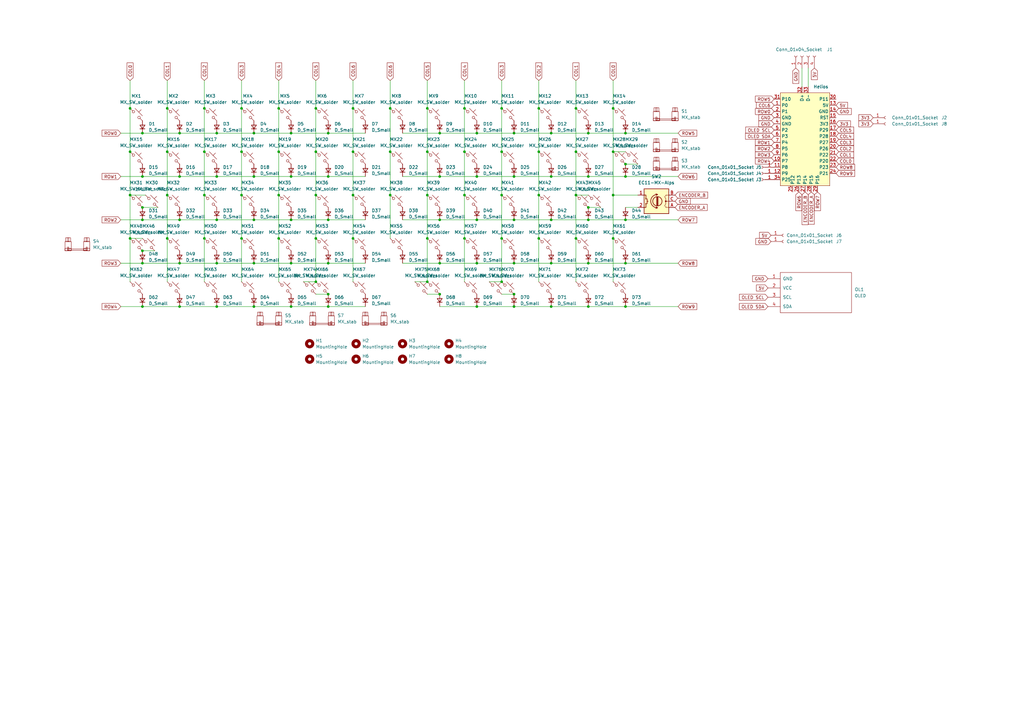
<source format=kicad_sch>
(kicad_sch (version 20230121) (generator eeschema)
  (paper "A3")
  (lib_symbols
    (symbol "Connector:Conn_01x01_Socket" (pin_names (offset 1.016) hide)
      (property "Reference" "J" (at 0 2.54 0))
      (property "Value" "Conn_01x01_Socket" (at 0 -2.54 0))
      (symbol "Conn_01x01_Socket_1_1"
        (pin passive line (at -5.08 0 0) (length 3.81) (name "Pin_1") (number "1"))
      )
    )
    (symbol "Connector:Conn_01x04_Socket" (pin_names (offset 1.016) hide)
      (property "Reference" "J" (at 0 5.08 0))
      (property "Value" "Conn_01x04_Socket" (at 0 -7.62 0))
      (symbol "Conn_01x04_Socket_1_1"
        (pin passive line (at -5.08 2.54 0) (length 3.81) (name "Pin_1") (number "1"))
        (pin passive line (at -5.08 0 0) (length 3.81) (name "Pin_2") (number "2"))
        (pin passive line (at -5.08 -2.54 0) (length 3.81) (name "Pin_3") (number "3"))
        (pin passive line (at -5.08 -5.08 0) (length 3.81) (name "Pin_4") (number "4"))
      )
    )
    (symbol "Device:D_Small" (pin_numbers hide) (pin_names (offset 0.254) hide)
      (property "Reference" "D" (at -1.27 2.032 0))
      (property "Value" "D_Small" (at -3.81 -2.032 0))
      (symbol "D_Small_1_1"
        (pin passive line (at -2.54 0 0) (length 1.778) (name "K") (number "1"))
        (pin passive line (at 2.54 0 180) (length 1.778) (name "A") (number "2"))
      )
    )
    (symbol "Mechanical:MountingHole" (pin_names (offset 1.016))
      (property "Reference" "H" (at 0 5.08 0))
      (property "Value" "MountingHole" (at 0 3.175 0))
    )
    (symbol "PCM_kbd:OLED" (pin_names (offset 1.016))
      (property "Reference" "OL1" (at 16.51 1.905 0))
      (property "Value" "OLED" (at 16.51 -0.635 0))
      (symbol "OLED_1_1"
        (pin power_in line (at -19.05 6.35 0) (length 5.08) (name "GND") (number "1"))
        (pin power_in line (at -19.05 2.54 0) (length 5.08) (name "VCC") (number "2"))
        (pin bidirectional line (at -19.05 -1.27 0) (length 5.08) (name "SCL") (number "3"))
        (pin bidirectional line (at -19.05 -5.08 0) (length 5.08) (name "SDA") (number "4"))
      )
    )
    (symbol "PCM_marbastlib-mx:MX_SW_solder" (pin_numbers hide) (pin_names (offset 1.016) hide)
      (property "Reference" "MX" (at 3.048 1.016 0))
      (property "Value" "MX_SW_solder" (at 0 -3.81 0))
      (symbol "MX_SW_solder_0_1"
        (pin passive line (at -2.54 2.54 0) (length 0) (name "1") (number "1"))
        (pin passive line (at 2.54 -2.54 180) (length 0) (name "2") (number "2"))
      )
    )
    (symbol "PCM_marbastlib-mx:MX_stab" (pin_names (offset 1.016))
      (property "Reference" "S" (at -5.08 6.35 0))
      (property "Value" "MX_stab" (at -5.08 3.81 0))
    )
    (symbol "PCM_marbastlib-promicroish:Helios" (in_bom no)
      (property "Reference" "U" (at -7.62 22.86 0))
      (property "Value" "Helios" (at -7.62 20.32 0))
      (symbol "Helios_0_0"
        (pin bidirectional line (at -12.7 13.97 0) (length 2.54) (name "P0") (number "1"))
        (pin bidirectional line (at -12.7 -8.89 0) (length 2.54) (name "P7") (number "10"))
        (pin bidirectional line (at -12.7 -11.43 0) (length 2.54) (name "P8") (number "11"))
        (pin bidirectional line (at -12.7 -13.97 0) (length 2.54) (name "P9") (number "12"))
        (pin power_out line (at 12.7 11.43 180) (length 2.54) (name "GND") (number "14"))
        (pin bidirectional line (at 12.7 8.89 180) (length 2.54) (name "RST") (number "15"))
        (pin bidirectional line (at 12.7 3.81 180) (length 2.54) (name "P29") (number "17"))
        (pin bidirectional line (at 12.7 1.27 180) (length 2.54) (name "P28") (number "18"))
        (pin bidirectional line (at 12.7 -1.27 180) (length 2.54) (name "P27") (number "19"))
        (pin bidirectional line (at -12.7 11.43 0) (length 2.54) (name "P1") (number "2"))
        (pin bidirectional line (at 12.7 -3.81 180) (length 2.54) (name "P26") (number "20"))
        (pin bidirectional line (at 12.7 -6.35 180) (length 2.54) (name "P22") (number "21"))
        (pin bidirectional line (at 12.7 -8.89 180) (length 2.54) (name "P20") (number "22"))
        (pin bidirectional line (at 12.7 -11.43 180) (length 2.54) (name "P23") (number "23"))
        (pin bidirectional line (at 12.7 -13.97 180) (length 2.54) (name "P21") (number "24"))
        (pin power_out line (at -12.7 8.89 0) (length 2.54) (name "GND") (number "3"))
        (pin power_out line (at -12.7 6.35 0) (length 2.54) (name "GND") (number "4"))
        (pin bidirectional line (at -12.7 3.81 0) (length 2.54) (name "P2") (number "5"))
        (pin bidirectional line (at -12.7 1.27 0) (length 2.54) (name "P3") (number "6"))
        (pin bidirectional line (at -12.7 -1.27 0) (length 2.54) (name "P4") (number "7"))
        (pin bidirectional line (at -12.7 -3.81 0) (length 2.54) (name "P5") (number "8"))
        (pin bidirectional line (at -12.7 -6.35 0) (length 2.54) (name "P6") (number "9"))
      )
      (symbol "Helios_1_0"
        (pin bidirectional line (at 12.7 13.97 180) (length 2.54) (name "5V") (number "13"))
        (pin power_out line (at 12.7 6.35 180) (length 2.54) (name "3V3") (number "16"))
        (pin bidirectional line (at -5.08 -21.59 90) (length 2.54) (name "P12") (number "25"))
        (pin bidirectional line (at -2.54 -21.59 90) (length 2.54) (name "P13") (number "26"))
        (pin bidirectional line (at 0 -21.59 90) (length 2.54) (name "P14") (number "27"))
        (pin bidirectional line (at 2.54 -21.59 90) (length 2.54) (name "P15") (number "28"))
        (pin bidirectional line (at 5.08 -21.59 90) (length 2.54) (name "P16") (number "29"))
        (pin power_in line (at 12.7 16.51 180) (length 2.54) (name "P11") (number "30"))
        (pin bidirectional line (at -12.7 16.51 0) (length 2.54) (name "P10") (number "31"))
        (pin bidirectional line (at -1.27 21.59 270) (length 2.54) (name "D+") (number "32"))
        (pin bidirectional line (at 1.27 21.59 270) (length 2.54) (name "D-") (number "33"))
        (pin bidirectional line (at -12.7 -16.51 0) (length 2.54) (name "P25") (number "34"))
      )
    )
    (symbol "keebs symbols:EC11-MX-Alps" (pin_names (offset 0.254) hide)
      (property "Reference" "SW2" (at 0 -10.16 0))
      (property "Value" "EC11-MX-Alps" (at 0 -7.62 0))
      (symbol "EC11-MX-Alps_1_1"
        (pin passive line (at 7.62 -2.54 180) (length 2.54) (name "1") (number "1"))
        (pin passive line (at 7.62 2.54 180) (length 2.54) (name "2") (number "2"))
        (pin passive line (at -7.62 2.54 0) (length 2.54) (name "A") (number "A"))
        (pin passive line (at -7.62 -2.54 0) (length 2.54) (name "B") (number "B"))
        (pin passive line (at -7.62 0 0) (length 2.54) (name "C") (number "C"))
      )
    )
  )
  (junction (at 210.82 90.17))
  (junction (at 160.02 80.01))
  (junction (at 73.66 90.17))
  (junction (at 210.82 54.61))
  (junction (at 53.34 97.79))
  (junction (at 205.74 115.57))
  (junction (at 205.74 62.23))
  (junction (at 205.74 97.79))
  (junction (at 114.3 44.45))
  (junction (at 210.82 125.73))
  (junction (at 99.06 97.79))
  (junction (at 190.5 44.45))
  (junction (at 180.34 120.65))
  (junction (at 220.98 80.01))
  (junction (at 88.9 125.73))
  (junction (at 160.02 62.23))
  (junction (at 129.54 44.45))
  (junction (at 220.98 62.23))
  (junction (at 134.62 72.39))
  (junction (at 104.14 72.39))
  (junction (at 134.62 120.65))
  (junction (at 241.3 90.17))
  (junction (at 256.54 72.39))
  (junction (at 251.46 62.23))
  (junction (at 73.66 107.95))
  (junction (at 256.54 54.61))
  (junction (at 226.06 90.17))
  (junction (at 73.66 54.61))
  (junction (at 104.14 125.73))
  (junction (at 119.38 54.61))
  (junction (at 180.34 90.17))
  (junction (at 58.42 107.95))
  (junction (at 180.34 54.61))
  (junction (at 251.46 97.79))
  (junction (at 226.06 72.39))
  (junction (at 205.74 80.01))
  (junction (at 134.62 90.17))
  (junction (at 73.66 125.73))
  (junction (at 256.54 125.73))
  (junction (at 58.42 90.17))
  (junction (at 180.34 72.39))
  (junction (at 210.82 107.95))
  (junction (at 241.3 72.39))
  (junction (at 53.34 80.01))
  (junction (at 68.58 80.01))
  (junction (at 241.3 54.61))
  (junction (at 144.78 97.79))
  (junction (at 256.54 107.95))
  (junction (at 220.98 44.45))
  (junction (at 58.42 85.09))
  (junction (at 205.74 44.45))
  (junction (at 129.54 97.79))
  (junction (at 195.58 107.95))
  (junction (at 241.3 125.73))
  (junction (at 83.82 97.79))
  (junction (at 236.22 80.01))
  (junction (at 210.82 120.65))
  (junction (at 251.46 44.45))
  (junction (at 53.34 62.23))
  (junction (at 68.58 97.79))
  (junction (at 236.22 97.79))
  (junction (at 99.06 44.45))
  (junction (at 256.54 67.31))
  (junction (at 144.78 62.23))
  (junction (at 241.3 85.09))
  (junction (at 195.58 90.17))
  (junction (at 226.06 54.61))
  (junction (at 134.62 54.61))
  (junction (at 119.38 125.73))
  (junction (at 195.58 125.73))
  (junction (at 58.42 102.87))
  (junction (at 195.58 72.39))
  (junction (at 58.42 72.39))
  (junction (at 88.9 90.17))
  (junction (at 83.82 62.23))
  (junction (at 119.38 107.95))
  (junction (at 68.58 44.45))
  (junction (at 226.06 107.95))
  (junction (at 241.3 107.95))
  (junction (at 58.42 125.73))
  (junction (at 175.26 97.79))
  (junction (at 119.38 90.17))
  (junction (at 226.06 125.73))
  (junction (at 144.78 80.01))
  (junction (at 88.9 72.39))
  (junction (at 104.14 54.61))
  (junction (at 114.3 97.79))
  (junction (at 129.54 115.57))
  (junction (at 251.46 80.01))
  (junction (at 180.34 107.95))
  (junction (at 83.82 44.45))
  (junction (at 58.42 54.61))
  (junction (at 129.54 80.01))
  (junction (at 190.5 80.01))
  (junction (at 129.54 62.23))
  (junction (at 190.5 62.23))
  (junction (at 83.82 80.01))
  (junction (at 99.06 80.01))
  (junction (at 88.9 107.95))
  (junction (at 53.34 44.45))
  (junction (at 236.22 62.23))
  (junction (at 119.38 72.39))
  (junction (at 190.5 97.79))
  (junction (at 256.54 90.17))
  (junction (at 195.58 54.61))
  (junction (at 88.9 54.61))
  (junction (at 104.14 90.17))
  (junction (at 175.26 115.57))
  (junction (at 99.06 62.23))
  (junction (at 160.02 44.45))
  (junction (at 210.82 72.39))
  (junction (at 236.22 44.45))
  (junction (at 73.66 72.39))
  (junction (at 114.3 80.01))
  (junction (at 175.26 44.45))
  (junction (at 220.98 97.79))
  (junction (at 68.58 62.23))
  (junction (at 134.62 107.95))
  (junction (at 175.26 80.01))
  (junction (at 134.62 125.73))
  (junction (at 114.3 62.23))
  (junction (at 144.78 44.45))
  (junction (at 175.26 62.23))
  (junction (at 104.14 107.95))
  (wire (pts (xy 88.9 125.73) (xy 104.14 125.73)))
  (wire (pts (xy 226.06 54.61) (xy 241.3 54.61)))
  (wire (pts (xy 220.98 97.79) (xy 220.98 115.57)))
  (wire (pts (xy 83.82 62.23) (xy 83.82 80.01)))
  (wire (pts (xy 210.82 107.95) (xy 226.06 107.95)))
  (wire (pts (xy 241.3 90.17) (xy 256.54 90.17)))
  (wire (pts (xy 251.46 80.01) (xy 261.62 80.01)))
  (wire (pts (xy 190.5 62.23) (xy 190.5 80.01)))
  (wire (pts (xy 114.3 62.23) (xy 114.3 80.01)))
  (wire (pts (xy 256.54 85.09) (xy 261.62 85.09)))
  (wire (pts (xy 83.82 80.01) (xy 83.82 97.79)))
  (wire (pts (xy 180.34 90.17) (xy 195.58 90.17)))
  (wire (pts (xy 256.54 72.39) (xy 278.13 72.39)))
  (wire (pts (xy 220.98 33.02) (xy 220.98 44.45)))
  (wire (pts (xy 124.46 115.57) (xy 129.54 115.57)))
  (wire (pts (xy 49.53 125.73) (xy 58.42 125.73)))
  (wire (pts (xy 226.06 72.39) (xy 241.3 72.39)))
  (wire (pts (xy 256.54 62.23) (xy 251.46 62.23)))
  (wire (pts (xy 160.02 44.45) (xy 160.02 62.23)))
  (wire (pts (xy 246.38 85.09) (xy 241.3 85.09)))
  (wire (pts (xy 165.1 90.17) (xy 180.34 90.17)))
  (wire (pts (xy 226.06 125.73) (xy 241.3 125.73)))
  (wire (pts (xy 134.62 125.73) (xy 149.86 125.73)))
  (wire (pts (xy 68.58 33.02) (xy 68.58 44.45)))
  (wire (pts (xy 104.14 90.17) (xy 119.38 90.17)))
  (wire (pts (xy 134.62 107.95) (xy 149.86 107.95)))
  (wire (pts (xy 119.38 107.95) (xy 134.62 107.95)))
  (wire (pts (xy 73.66 54.61) (xy 88.9 54.61)))
  (wire (pts (xy 251.46 44.45) (xy 251.46 62.23)))
  (wire (pts (xy 170.18 115.57) (xy 175.26 115.57)))
  (wire (pts (xy 88.9 107.95) (xy 104.14 107.95)))
  (wire (pts (xy 49.53 90.17) (xy 58.42 90.17)))
  (wire (pts (xy 99.06 33.02) (xy 99.06 44.45)))
  (wire (pts (xy 114.3 97.79) (xy 114.3 115.57)))
  (wire (pts (xy 236.22 44.45) (xy 236.22 62.23)))
  (wire (pts (xy 68.58 80.01) (xy 68.58 97.79)))
  (wire (pts (xy 144.78 33.02) (xy 144.78 44.45)))
  (wire (pts (xy 53.34 33.02) (xy 53.34 44.45)))
  (wire (pts (xy 165.1 107.95) (xy 180.34 107.95)))
  (wire (pts (xy 241.3 107.95) (xy 256.54 107.95)))
  (wire (pts (xy 119.38 125.73) (xy 134.62 125.73)))
  (wire (pts (xy 104.14 107.95) (xy 119.38 107.95)))
  (wire (pts (xy 210.82 72.39) (xy 226.06 72.39)))
  (wire (pts (xy 205.74 97.79) (xy 205.74 115.57)))
  (wire (pts (xy 256.54 54.61) (xy 278.13 54.61)))
  (wire (pts (xy 83.82 33.02) (xy 83.82 44.45)))
  (wire (pts (xy 205.74 33.02) (xy 205.74 44.45)))
  (wire (pts (xy 53.34 80.01) (xy 53.34 97.79)))
  (wire (pts (xy 129.54 44.45) (xy 129.54 62.23)))
  (wire (pts (xy 58.42 97.79) (xy 53.34 97.79)))
  (wire (pts (xy 205.74 80.01) (xy 205.74 97.79)))
  (wire (pts (xy 278.13 90.17) (xy 256.54 90.17)))
  (wire (pts (xy 88.9 54.61) (xy 104.14 54.61)))
  (wire (pts (xy 114.3 80.01) (xy 114.3 97.79)))
  (wire (pts (xy 104.14 54.61) (xy 119.38 54.61)))
  (wire (pts (xy 73.66 125.73) (xy 88.9 125.73)))
  (wire (pts (xy 134.62 90.17) (xy 149.86 90.17)))
  (wire (pts (xy 165.1 72.39) (xy 180.34 72.39)))
  (wire (pts (xy 195.58 107.95) (xy 210.82 107.95)))
  (wire (pts (xy 190.5 44.45) (xy 190.5 62.23)))
  (wire (pts (xy 278.13 107.95) (xy 256.54 107.95)))
  (wire (pts (xy 59.69 80.01) (xy 53.34 80.01)))
  (wire (pts (xy 220.98 80.01) (xy 220.98 97.79)))
  (wire (pts (xy 129.54 120.65) (xy 134.62 120.65)))
  (wire (pts (xy 236.22 97.79) (xy 236.22 115.57)))
  (wire (pts (xy 175.26 97.79) (xy 175.26 115.57)))
  (wire (pts (xy 220.98 44.45) (xy 220.98 62.23)))
  (wire (pts (xy 241.3 125.73) (xy 256.54 125.73)))
  (wire (pts (xy 175.26 33.02) (xy 175.26 44.45)))
  (wire (pts (xy 58.42 107.95) (xy 73.66 107.95)))
  (wire (pts (xy 68.58 62.23) (xy 68.58 80.01)))
  (wire (pts (xy 226.06 90.17) (xy 241.3 90.17)))
  (wire (pts (xy 236.22 62.23) (xy 236.22 80.01)))
  (wire (pts (xy 144.78 97.79) (xy 144.78 115.57)))
  (wire (pts (xy 160.02 33.02) (xy 160.02 44.45)))
  (wire (pts (xy 104.14 72.39) (xy 119.38 72.39)))
  (wire (pts (xy 114.3 33.02) (xy 114.3 44.45)))
  (wire (pts (xy 88.9 72.39) (xy 104.14 72.39)))
  (wire (pts (xy 160.02 62.23) (xy 160.02 80.01)))
  (wire (pts (xy 251.46 33.02) (xy 251.46 44.45)))
  (wire (pts (xy 175.26 120.65) (xy 180.34 120.65)))
  (wire (pts (xy 68.58 44.45) (xy 68.58 62.23)))
  (wire (pts (xy 200.66 115.57) (xy 205.74 115.57)))
  (wire (pts (xy 180.34 54.61) (xy 195.58 54.61)))
  (wire (pts (xy 88.9 90.17) (xy 104.14 90.17)))
  (wire (pts (xy 49.53 72.39) (xy 58.42 72.39)))
  (wire (pts (xy 144.78 80.01) (xy 144.78 97.79)))
  (wire (pts (xy 58.42 125.73) (xy 73.66 125.73)))
  (wire (pts (xy 99.06 97.79) (xy 99.06 115.57)))
  (wire (pts (xy 210.82 54.61) (xy 226.06 54.61)))
  (wire (pts (xy 195.58 72.39) (xy 210.82 72.39)))
  (wire (pts (xy 99.06 80.01) (xy 99.06 97.79)))
  (wire (pts (xy 134.62 72.39) (xy 149.86 72.39)))
  (wire (pts (xy 175.26 62.23) (xy 175.26 80.01)))
  (wire (pts (xy 205.74 120.65) (xy 210.82 120.65)))
  (wire (pts (xy 165.1 54.61) (xy 180.34 54.61)))
  (wire (pts (xy 49.53 54.61) (xy 58.42 54.61)))
  (wire (pts (xy 180.34 125.73) (xy 195.58 125.73)))
  (wire (pts (xy 190.5 80.01) (xy 190.5 97.79)))
  (wire (pts (xy 251.46 62.23) (xy 251.46 80.01)))
  (wire (pts (xy 129.54 80.01) (xy 129.54 97.79)))
  (wire (pts (xy 175.26 44.45) (xy 175.26 62.23)))
  (wire (pts (xy 180.34 72.39) (xy 195.58 72.39)))
  (wire (pts (xy 278.13 125.73) (xy 256.54 125.73)))
  (wire (pts (xy 205.74 62.23) (xy 205.74 80.01)))
  (wire (pts (xy 83.82 44.45) (xy 83.82 62.23)))
  (wire (pts (xy 241.3 72.39) (xy 256.54 72.39)))
  (wire (pts (xy 73.66 90.17) (xy 88.9 90.17)))
  (wire (pts (xy 58.42 54.61) (xy 73.66 54.61)))
  (wire (pts (xy 226.06 107.95) (xy 241.3 107.95)))
  (wire (pts (xy 236.22 80.01) (xy 236.22 97.79)))
  (wire (pts (xy 190.5 33.02) (xy 190.5 44.45)))
  (wire (pts (xy 83.82 97.79) (xy 83.82 115.57)))
  (wire (pts (xy 261.62 67.31) (xy 256.54 67.31)))
  (wire (pts (xy 99.06 44.45) (xy 99.06 62.23)))
  (wire (pts (xy 236.22 33.02) (xy 236.22 44.45)))
  (wire (pts (xy 129.54 62.23) (xy 129.54 80.01)))
  (wire (pts (xy 134.62 54.61) (xy 149.86 54.61)))
  (wire (pts (xy 63.5 102.87) (xy 58.42 102.87)))
  (wire (pts (xy 241.3 80.01) (xy 236.22 80.01)))
  (wire (pts (xy 99.06 62.23) (xy 99.06 80.01)))
  (wire (pts (xy 53.34 44.45) (xy 53.34 62.23)))
  (wire (pts (xy 251.46 80.01) (xy 251.46 97.79)))
  (wire (pts (xy 210.82 90.17) (xy 226.06 90.17)))
  (wire (pts (xy 119.38 90.17) (xy 134.62 90.17)))
  (wire (pts (xy 328.93 27.94) (xy 328.93 35.56)))
  (wire (pts (xy 190.5 97.79) (xy 190.5 115.57)))
  (wire (pts (xy 68.58 97.79) (xy 68.58 115.57)))
  (wire (pts (xy 49.53 107.95) (xy 58.42 107.95)))
  (wire (pts (xy 53.34 97.79) (xy 53.34 115.57)))
  (wire (pts (xy 251.46 97.79) (xy 251.46 115.57)))
  (wire (pts (xy 114.3 44.45) (xy 114.3 62.23)))
  (wire (pts (xy 195.58 54.61) (xy 210.82 54.61)))
  (wire (pts (xy 144.78 62.23) (xy 144.78 80.01)))
  (wire (pts (xy 210.82 125.73) (xy 226.06 125.73)))
  (wire (pts (xy 205.74 44.45) (xy 205.74 62.23)))
  (wire (pts (xy 160.02 80.01) (xy 160.02 97.79)))
  (wire (pts (xy 195.58 90.17) (xy 210.82 90.17)))
  (wire (pts (xy 104.14 125.73) (xy 119.38 125.73)))
  (wire (pts (xy 144.78 44.45) (xy 144.78 62.23)))
  (wire (pts (xy 58.42 72.39) (xy 73.66 72.39)))
  (wire (pts (xy 180.34 107.95) (xy 195.58 107.95)))
  (wire (pts (xy 175.26 80.01) (xy 175.26 97.79)))
  (wire (pts (xy 331.47 27.94) (xy 331.47 35.56)))
  (wire (pts (xy 129.54 97.79) (xy 129.54 115.57)))
  (wire (pts (xy 241.3 54.61) (xy 256.54 54.61)))
  (wire (pts (xy 53.34 62.23) (xy 53.34 80.01)))
  (wire (pts (xy 64.77 85.09) (xy 58.42 85.09)))
  (wire (pts (xy 119.38 72.39) (xy 134.62 72.39)))
  (wire (pts (xy 73.66 107.95) (xy 88.9 107.95)))
  (wire (pts (xy 195.58 125.73) (xy 210.82 125.73)))
  (wire (pts (xy 220.98 62.23) (xy 220.98 80.01)))
  (wire (pts (xy 119.38 54.61) (xy 134.62 54.61)))
  (wire (pts (xy 73.66 72.39) (xy 88.9 72.39)))
  (wire (pts (xy 58.42 90.17) (xy 73.66 90.17)))
  (wire (pts (xy 129.54 33.02) (xy 129.54 44.45)))
  (global_label "COL6" (shape input) (at 317.5 43.18 180) (property "Intersheetrefs" "${INTERSHEET_REFS}" (effects hide)))
  (global_label "GND" (shape input) (at 316.23 99.06 180) (property "Intersheetrefs" "${INTERSHEET_REFS}" (effects hide)))
  (global_label "GND" (shape input) (at 317.5 48.26 180) (property "Intersheetrefs" "${INTERSHEET_REFS}" (effects hide)))
  (global_label "GND" (shape input) (at 276.86 82.55 0) (property "Intersheetrefs" "${INTERSHEET_REFS}" (effects hide)))
  (global_label "GND" (shape input) (at 326.39 27.94 270) (property "Intersheetrefs" "${INTERSHEET_REFS}" (effects hide)))
  (global_label "COL5" (shape input) (at 129.54 33.02 90) (property "Intersheetrefs" "${INTERSHEET_REFS}" (effects hide)))
  (global_label "OLED SDA" (shape input) (at 314.96 125.73 180) (property "Intersheetrefs" "${INTERSHEET_REFS}" (effects hide)))
  (global_label "COL0" (shape input) (at 342.9 66.04 0) (property "Intersheetrefs" "${INTERSHEET_REFS}" (effects hide)))
  (global_label "ROW0" (shape input) (at 317.5 45.72 180) (property "Intersheetrefs" "${INTERSHEET_REFS}" (effects hide)))
  (global_label "COL0" (shape input) (at 53.34 33.02 90) (property "Intersheetrefs" "${INTERSHEET_REFS}" (effects hide)))
  (global_label "ROW7" (shape input) (at 335.28 78.74 270) (property "Intersheetrefs" "${INTERSHEET_REFS}" (effects hide)))
  (global_label "COL3" (shape input) (at 342.9 58.42 0) (property "Intersheetrefs" "${INTERSHEET_REFS}" (effects hide)))
  (global_label "ENCODER_B" (shape input) (at 330.2 78.74 270) (property "Intersheetrefs" "${INTERSHEET_REFS}" (effects hide)))
  (global_label "GND" (shape input) (at 342.9 45.72 0) (property "Intersheetrefs" "${INTERSHEET_REFS}" (effects hide)))
  (global_label "ROW4" (shape input) (at 317.5 66.04 180) (property "Intersheetrefs" "${INTERSHEET_REFS}" (effects hide)))
  (global_label "COL0" (shape input) (at 251.46 33.02 90) (property "Intersheetrefs" "${INTERSHEET_REFS}" (effects hide)))
  (global_label "ENCODER_A" (shape input) (at 276.86 85.09 0) (property "Intersheetrefs" "${INTERSHEET_REFS}" (effects hide)))
  (global_label "COL1" (shape input) (at 342.9 63.5 0) (property "Intersheetrefs" "${INTERSHEET_REFS}" (effects hide)))
  (global_label "5V" (shape input) (at 316.23 96.52 180) (property "Intersheetrefs" "${INTERSHEET_REFS}" (effects hide)))
  (global_label "ENCODER_B" (shape input) (at 276.86 80.01 0) (property "Intersheetrefs" "${INTERSHEET_REFS}" (effects hide)))
  (global_label "GND" (shape input) (at 317.5 50.8 180) (property "Intersheetrefs" "${INTERSHEET_REFS}" (effects hide)))
  (global_label "OLED SDA" (shape input) (at 317.5 55.88 180) (property "Intersheetrefs" "${INTERSHEET_REFS}" (effects hide)))
  (global_label "COL3" (shape input) (at 99.06 33.02 90) (property "Intersheetrefs" "${INTERSHEET_REFS}" (effects hide)))
  (global_label "OLED SCL" (shape input) (at 317.5 53.34 180) (property "Intersheetrefs" "${INTERSHEET_REFS}" (effects hide)))
  (global_label "COL2" (shape input) (at 342.9 60.96 0) (property "Intersheetrefs" "${INTERSHEET_REFS}" (effects hide)))
  (global_label "ROW2" (shape input) (at 49.53 90.17 180) (property "Intersheetrefs" "${INTERSHEET_REFS}" (effects hide)))
  (global_label "COL3" (shape input) (at 205.74 33.02 90) (property "Intersheetrefs" "${INTERSHEET_REFS}" (effects hide)))
  (global_label "ROW9" (shape input) (at 278.13 125.73 0) (property "Intersheetrefs" "${INTERSHEET_REFS}" (effects hide)))
  (global_label "OLED SCL" (shape input) (at 314.96 121.92 180) (property "Intersheetrefs" "${INTERSHEET_REFS}" (effects hide)))
  (global_label "COL2" (shape input) (at 83.82 33.02 90) (property "Intersheetrefs" "${INTERSHEET_REFS}" (effects hide)))
  (global_label "5V" (shape input) (at 334.01 27.94 270) (property "Intersheetrefs" "${INTERSHEET_REFS}" (effects hide)))
  (global_label "COL5" (shape input) (at 342.9 53.34 0) (property "Intersheetrefs" "${INTERSHEET_REFS}" (effects hide)))
  (global_label "5V" (shape input) (at 342.9 43.18 0) (property "Intersheetrefs" "${INTERSHEET_REFS}" (effects hide)))
  (global_label "ROW4" (shape input) (at 49.53 125.73 180) (property "Intersheetrefs" "${INTERSHEET_REFS}" (effects hide)))
  (global_label "GND" (shape input) (at 314.96 114.3 180) (property "Intersheetrefs" "${INTERSHEET_REFS}" (effects hide)))
  (global_label "3V3" (shape input) (at 342.9 50.8 0) (property "Intersheetrefs" "${INTERSHEET_REFS}" (effects hide)))
  (global_label "COL6" (shape input) (at 160.02 33.02 90) (property "Intersheetrefs" "${INTERSHEET_REFS}" (effects hide)))
  (global_label "ROW8" (shape input) (at 342.9 68.58 0) (property "Intersheetrefs" "${INTERSHEET_REFS}" (effects hide)))
  (global_label "ROW5" (shape input) (at 317.5 40.64 180) (property "Intersheetrefs" "${INTERSHEET_REFS}" (effects hide)))
  (global_label "ROW6" (shape input) (at 327.66 78.74 270) (property "Intersheetrefs" "${INTERSHEET_REFS}" (effects hide)))
  (global_label "COL4" (shape input) (at 114.3 33.02 90) (property "Intersheetrefs" "${INTERSHEET_REFS}" (effects hide)))
  (global_label "ROW0" (shape input) (at 49.53 54.61 180) (property "Intersheetrefs" "${INTERSHEET_REFS}" (effects hide)))
  (global_label "ROW5" (shape input) (at 278.13 54.61 0) (property "Intersheetrefs" "${INTERSHEET_REFS}" (effects hide)))
  (global_label "ROW3" (shape input) (at 49.53 107.95 180) (property "Intersheetrefs" "${INTERSHEET_REFS}" (effects hide)))
  (global_label "COL4" (shape input) (at 190.5 33.02 90) (property "Intersheetrefs" "${INTERSHEET_REFS}" (effects hide)))
  (global_label "COL4" (shape input) (at 342.9 55.88 0) (property "Intersheetrefs" "${INTERSHEET_REFS}" (effects hide)))
  (global_label "ROW1" (shape input) (at 317.5 58.42 180) (property "Intersheetrefs" "${INTERSHEET_REFS}" (effects hide)))
  (global_label "ROW6" (shape input) (at 278.13 72.39 0) (property "Intersheetrefs" "${INTERSHEET_REFS}" (effects hide)))
  (global_label "3V3" (shape input) (at 358.14 50.8 180) (property "Intersheetrefs" "${INTERSHEET_REFS}" (effects hide)))
  (global_label "ROW1" (shape input) (at 49.53 72.39 180) (property "Intersheetrefs" "${INTERSHEET_REFS}" (effects hide)))
  (global_label "ROW9" (shape input) (at 342.9 71.12 0) (property "Intersheetrefs" "${INTERSHEET_REFS}" (effects hide)))
  (global_label "3V3" (shape input) (at 358.14 48.26 180) (property "Intersheetrefs" "${INTERSHEET_REFS}" (effects hide)))
  (global_label "ROW3" (shape input) (at 317.5 63.5 180) (property "Intersheetrefs" "${INTERSHEET_REFS}" (effects hide)))
  (global_label "COL2" (shape input) (at 220.98 33.02 90) (property "Intersheetrefs" "${INTERSHEET_REFS}" (effects hide)))
  (global_label "COL5" (shape input) (at 175.26 33.02 90) (property "Intersheetrefs" "${INTERSHEET_REFS}" (effects hide)))
  (global_label "COL6" (shape input) (at 144.78 33.02 90) (property "Intersheetrefs" "${INTERSHEET_REFS}" (effects hide)))
  (global_label "ROW8" (shape input) (at 278.13 107.95 0) (property "Intersheetrefs" "${INTERSHEET_REFS}" (effects hide)))
  (global_label "COL1" (shape input) (at 236.22 33.02 90) (property "Intersheetrefs" "${INTERSHEET_REFS}" (effects hide)))
  (global_label "COL1" (shape input) (at 68.58 33.02 90) (property "Intersheetrefs" "${INTERSHEET_REFS}" (effects hide)))
  (global_label "ROW7" (shape input) (at 278.13 90.17 0) (property "Intersheetrefs" "${INTERSHEET_REFS}" (effects hide)))
  (global_label "ROW2" (shape input) (at 317.5 60.96 180) (property "Intersheetrefs" "${INTERSHEET_REFS}" (effects hide)))
  (global_label "ENCODER_A" (shape input) (at 332.74 78.74 270) (property "Intersheetrefs" "${INTERSHEET_REFS}" (effects hide)))
  (global_label "5V" (shape input) (at 314.96 118.11 180) (property "Intersheetrefs" "${INTERSHEET_REFS}" (effects hide)))
  (symbol (lib_id "PCM_marbastlib-mx:MX_SW_solder") (at 238.76 100.33 0) (unit 1)
    (property "Reference" "MX60" (at 238.76 92.71 0))
    (property "Value" "MX_SW_solder" (at 238.76 95.25 0))
    (property "Footprint" "PCM_marbastlib-mx:SW_MX_1u" (effects hide))
  )
  (symbol (lib_id "Device:D_Small") (at 180.34 87.63 90) (unit 1)
    (property "Reference" "D39" (at 182.88 86.36 90) (effects (justify right)))
    (property "Value" "D_Small" (at 182.88 88.9 90) (effects (justify right)))
    (property "Footprint" "MyLibrary:D_SOD-123_RotatedSS" (effects hide))
    (property "Sim.Device" "D" (effects hide))
    (property "Sim.Pins" "1=K 2=A" (effects hide))
  )
  (symbol (lib_id "PCM_marbastlib-mx:MX_SW_solder") (at 193.04 118.11 0) (unit 1)
    (property "Reference" "MX69" (at 193.04 110.49 0))
    (property "Value" "MX_SW_solder" (at 193.04 113.03 0))
    (property "Footprint" "PCM_marbastlib-mx:SW_MX_1u" (effects hide))
  )
  (symbol (lib_id "PCM_marbastlib-mx:MX_SW_solder") (at 116.84 82.55 0) (unit 1)
    (property "Reference" "MX35" (at 116.84 74.93 0))
    (property "Value" "MX_SW_solder" (at 116.84 77.47 0))
    (property "Footprint" "PCM_marbastlib-mx:SW_MX_1u" (effects hide))
  )
  (symbol (lib_id "Connector:Conn_01x01_Socket") (at 363.22 48.26 0) (unit 1)
    (property "Reference" "J2" (at 386.08 48.26 0) (effects (justify left)))
    (property "Value" "Conn_01x01_Socket" (at 365.76 48.26 0) (effects (justify left)))
    (property "Footprint" "MyLibrary:PinHeader_1x01_P2.54mm_Vertical_NOSS" (effects hide))
  )
  (symbol (lib_id "Device:D_Small") (at 149.86 105.41 90) (unit 1)
    (property "Reference" "D54" (at 152.4 104.14 90) (effects (justify right)))
    (property "Value" "D_Small" (at 152.4 106.68 90) (effects (justify right)))
    (property "Footprint" "MyLibrary:D_SOD-123_RotatedSS" (effects hide))
    (property "Sim.Device" "D" (effects hide))
    (property "Sim.Pins" "1=K 2=A" (effects hide))
  )
  (symbol (lib_id "Device:D_Small") (at 149.86 69.85 90) (unit 1)
    (property "Reference" "D21" (at 152.4 68.58 90) (effects (justify right)))
    (property "Value" "D_Small" (at 152.4 71.12 90) (effects (justify right)))
    (property "Footprint" "MyLibrary:D_SOD-123_RotatedSS" (effects hide))
    (property "Sim.Device" "D" (effects hide))
    (property "Sim.Pins" "1=K 2=A" (effects hide))
  )
  (symbol (lib_id "Device:D_Small") (at 149.86 87.63 90) (unit 1)
    (property "Reference" "D37" (at 152.4 86.36 90) (effects (justify right)))
    (property "Value" "D_Small" (at 152.4 88.9 90) (effects (justify right)))
    (property "Footprint" "MyLibrary:D_SOD-123_RotatedSS" (effects hide))
    (property "Sim.Device" "D" (effects hide))
    (property "Sim.Pins" "1=K 2=A" (effects hide))
  )
  (symbol (lib_id "PCM_marbastlib-mx:MX_SW_solder") (at 101.6 118.11 0) (unit 1)
    (property "Reference" "MX64" (at 101.6 110.49 0))
    (property "Value" "MX_SW_solder" (at 101.6 113.03 0))
    (property "Footprint" "PCM_marbastlib-mx:SW_MX_1.25u" (effects hide))
  )
  (symbol (lib_id "Device:D_Small") (at 58.42 105.41 90) (unit 1)
    (property "Reference" "D48" (at 60.96 104.14 90) (effects (justify right)))
    (property "Value" "D_Small" (at 60.96 106.68 90) (effects (justify right)))
    (property "Footprint" "MyLibrary:D_SOD-123_RotatedSS" (effects hide))
    (property "Sim.Device" "D" (effects hide))
    (property "Sim.Pins" "1=K 2=A" (effects hide))
  )
  (symbol (lib_id "Device:D_Small") (at 210.82 123.19 90) (unit 1)
    (property "Reference" "D70" (at 213.36 121.92 90) (effects (justify right)))
    (property "Value" "D_Small" (at 213.36 124.46 90) (effects (justify right)))
    (property "Footprint" "MyLibrary:D_SOD-123_RotatedSS" (effects hide))
    (property "Sim.Device" "D" (effects hide))
    (property "Sim.Pins" "1=K 2=A" (effects hide))
  )
  (symbol (lib_id "PCM_marbastlib-mx:MX_SW_solder") (at 132.08 64.77 0) (unit 1)
    (property "Reference" "MX20" (at 132.08 57.15 0))
    (property "Value" "MX_SW_solder" (at 132.08 59.69 0))
    (property "Footprint" "PCM_marbastlib-mx:SW_MX_1u" (effects hide))
  )
  (symbol (lib_id "Device:D_Small") (at 226.06 87.63 90) (unit 1)
    (property "Reference" "D42" (at 228.6 86.36 90) (effects (justify right)))
    (property "Value" "D_Small" (at 228.6 88.9 90) (effects (justify right)))
    (property "Footprint" "MyLibrary:D_SOD-123_RotatedSS" (effects hide))
    (property "Sim.Device" "D" (effects hide))
    (property "Sim.Pins" "1=K 2=A" (effects hide))
  )
  (symbol (lib_id "PCM_marbastlib-mx:MX_SW_solder") (at 86.36 46.99 0) (unit 1)
    (property "Reference" "MX3" (at 86.36 39.37 0))
    (property "Value" "MX_SW_solder" (at 86.36 41.91 0))
    (property "Footprint" "PCM_marbastlib-mx:SW_MX_1u" (effects hide))
  )
  (symbol (lib_id "Device:D_Small") (at 241.3 52.07 90) (unit 1)
    (property "Reference" "D13" (at 243.84 50.8 90) (effects (justify right)))
    (property "Value" "D_Small" (at 243.84 53.34 90) (effects (justify right)))
    (property "Footprint" "MyLibrary:D_SOD-123_RotatedSS" (effects hide))
    (property "Sim.Device" "D" (effects hide))
    (property "Sim.Pins" "1=K 2=A" (effects hide))
  )
  (symbol (lib_id "Device:D_Small") (at 134.62 87.63 90) (unit 1)
    (property "Reference" "D36" (at 137.16 86.36 90) (effects (justify right)))
    (property "Value" "D_Small" (at 137.16 88.9 90) (effects (justify right)))
    (property "Footprint" "MyLibrary:D_SOD-123_RotatedSS" (effects hide))
    (property "Sim.Device" "D" (effects hide))
    (property "Sim.Pins" "1=K 2=A" (effects hide))
  )
  (symbol (lib_id "PCM_marbastlib-mx:MX_SW_solder") (at 116.84 100.33 0) (unit 1)
    (property "Reference" "MX52" (at 116.84 92.71 0))
    (property "Value" "MX_SW_solder" (at 116.84 95.25 0))
    (property "Footprint" "PCM_marbastlib-mx:SW_MX_1u" (effects hide))
  )
  (symbol (lib_id "Device:D_Small") (at 88.9 52.07 90) (unit 1)
    (property "Reference" "D3" (at 91.44 50.8 90) (effects (justify right)))
    (property "Value" "D_Small" (at 91.44 53.34 90) (effects (justify right)))
    (property "Footprint" "MyLibrary:D_SOD-123_RotatedSS" (effects hide))
    (property "Sim.Device" "D" (effects hide))
    (property "Sim.Pins" "1=K 2=A" (effects hide))
  )
  (symbol (lib_id "PCM_marbastlib-mx:MX_SW_solder") (at 223.52 64.77 0) (unit 1)
    (property "Reference" "MX26" (at 223.52 57.15 0))
    (property "Value" "MX_SW_solder" (at 223.52 59.69 0))
    (property "Footprint" "PCM_marbastlib-mx:SW_MX_1u" (effects hide))
  )
  (symbol (lib_id "Mechanical:MountingHole") (at 184.15 140.97 0) (unit 1)
    (property "Reference" "H4" (at 186.69 139.7 0) (effects (justify left)))
    (property "Value" "MountingHole" (at 186.69 142.24 0) (effects (justify left)))
    (property "Footprint" "MountingHole:MountingHole_2.7mm_M2.5" (effects hide))
  )
  (symbol (lib_id "Device:D_Small") (at 88.9 105.41 90) (unit 1)
    (property "Reference" "D50" (at 91.44 104.14 90) (effects (justify right)))
    (property "Value" "D_Small" (at 91.44 106.68 90) (effects (justify right)))
    (property "Footprint" "MyLibrary:D_SOD-123_RotatedSS" (effects hide))
    (property "Sim.Device" "D" (effects hide))
    (property "Sim.Pins" "1=K 2=A" (effects hide))
  )
  (symbol (lib_id "Device:D_Small") (at 73.66 105.41 90) (unit 1)
    (property "Reference" "D49" (at 76.2 104.14 90) (effects (justify right)))
    (property "Value" "D_Small" (at 76.2 106.68 90) (effects (justify right)))
    (property "Footprint" "MyLibrary:D_SOD-123_RotatedSS" (effects hide))
    (property "Sim.Device" "D" (effects hide))
    (property "Sim.Pins" "1=K 2=A" (effects hide))
  )
  (symbol (lib_id "PCM_marbastlib-mx:MX_SW_solder") (at 147.32 82.55 0) (unit 1)
    (property "Reference" "MX37" (at 147.32 74.93 0))
    (property "Value" "MX_SW_solder" (at 147.32 77.47 0))
    (property "Footprint" "PCM_marbastlib-mx:SW_MX_1u" (effects hide))
  )
  (symbol (lib_id "Device:D_Small") (at 149.86 123.19 90) (unit 1)
    (property "Reference" "D67" (at 152.4 121.92 90) (effects (justify right)))
    (property "Value" "D_Small" (at 152.4 124.46 90) (effects (justify right)))
    (property "Footprint" "MyLibrary:D_SOD-123_RotatedSS" (effects hide))
    (property "Sim.Device" "D" (effects hide))
    (property "Sim.Pins" "1=K 2=A" (effects hide))
  )
  (symbol (lib_id "PCM_marbastlib-mx:MX_SW_solder") (at 177.8 82.55 0) (unit 1)
    (property "Reference" "MX39" (at 177.8 74.93 0))
    (property "Value" "MX_SW_solder" (at 177.8 77.47 0))
    (property "Footprint" "PCM_marbastlib-mx:SW_MX_1u" (effects hide))
  )
  (symbol (lib_id "PCM_marbastlib-mx:MX_SW_solder") (at 101.6 100.33 0) (unit 1)
    (property "Reference" "MX51" (at 101.6 92.71 0))
    (property "Value" "MX_SW_solder" (at 101.6 95.25 0))
    (property "Footprint" "PCM_marbastlib-mx:SW_MX_1u" (effects hide))
  )
  (symbol (lib_id "PCM_marbastlib-mx:MX_SW_solder") (at 132.08 82.55 0) (unit 1)
    (property "Reference" "MX36" (at 132.08 74.93 0))
    (property "Value" "MX_SW_solder" (at 132.08 77.47 0))
    (property "Footprint" "PCM_marbastlib-mx:SW_MX_1u" (effects hide))
  )
  (symbol (lib_id "Device:D_Small") (at 119.38 105.41 90) (unit 1)
    (property "Reference" "D52" (at 121.92 104.14 90) (effects (justify right)))
    (property "Value" "D_Small" (at 121.92 106.68 90) (effects (justify right)))
    (property "Footprint" "MyLibrary:D_SOD-123_RotatedSS" (effects hide))
    (property "Sim.Device" "D" (effects hide))
    (property "Sim.Pins" "1=K 2=A" (effects hide))
  )
  (symbol (lib_id "PCM_marbastlib-mx:MX_SW_solder") (at 177.8 100.33 0) (unit 1)
    (property "Reference" "MX56" (at 177.8 92.71 0))
    (property "Value" "MX_SW_solder" (at 177.8 95.25 0))
    (property "Footprint" "PCM_marbastlib-mx:SW_MX_1u" (effects hide))
  )
  (symbol (lib_id "Device:D_Small") (at 119.38 52.07 90) (unit 1)
    (property "Reference" "D5" (at 121.92 50.8 90) (effects (justify right)))
    (property "Value" "D_Small" (at 121.92 53.34 90) (effects (justify right)))
    (property "Footprint" "MyLibrary:D_SOD-123_RotatedSS" (effects hide))
    (property "Sim.Device" "D" (effects hide))
    (property "Sim.Pins" "1=K 2=A" (effects hide))
  )
  (symbol (lib_id "PCM_marbastlib-mx:MX_SW_solder") (at 55.88 82.55 0) (unit 1)
    (property "Reference" "MX31" (at 55.88 74.93 0))
    (property "Value" "MX_SW_solder" (at 55.88 77.47 0))
    (property "Footprint" "PCM_marbastlib-mx:SW_MX_1.75u" (effects hide))
  )
  (symbol (lib_id "PCM_marbastlib-mx:MX_SW_solder") (at 177.8 64.77 0) (unit 1)
    (property "Reference" "MX23" (at 177.8 57.15 0))
    (property "Value" "MX_SW_solder" (at 177.8 59.69 0))
    (property "Footprint" "PCM_marbastlib-mx:SW_MX_1u" (effects hide))
  )
  (symbol (lib_id "PCM_marbastlib-mx:MX_stab") (at 132.08 130.81 0) (unit 1)
    (property "Reference" "S7" (at 138.43 129.413 0) (effects (justify left)))
    (property "Value" "MX_stab" (at 138.43 131.953 0) (effects (justify left)))
    (property "Footprint" "PCM_marbastlib-mx:STAB_MX_P_6.25u" (effects hide))
  )
  (symbol (lib_id "Device:D_Small") (at 210.82 105.41 90) (unit 1)
    (property "Reference" "D58" (at 213.36 104.14 90) (effects (justify right)))
    (property "Value" "D_Small" (at 213.36 106.68 90) (effects (justify right)))
    (property "Footprint" "MyLibrary:D_SOD-123_RotatedSS" (effects hide))
    (property "Sim.Device" "D" (effects hide))
    (property "Sim.Pins" "1=K 2=A" (effects hide))
  )
  (symbol (lib_id "Device:D_Small") (at 256.54 87.63 90) (unit 1)
    (property "Reference" "D44" (at 259.08 86.36 90) (effects (justify right)))
    (property "Value" "D_Small" (at 259.08 88.9 90) (effects (justify right)))
    (property "Footprint" "MyLibrary:D_SOD-123_RotatedSS" (effects hide))
    (property "Sim.Device" "D" (effects hide))
    (property "Sim.Pins" "1=K 2=A" (effects hide))
  )
  (symbol (lib_id "Device:D_Small") (at 241.3 123.19 90) (unit 1)
    (property "Reference" "D72" (at 243.84 121.92 90) (effects (justify right)))
    (property "Value" "D_Small" (at 243.84 124.46 90) (effects (justify right)))
    (property "Footprint" "MyLibrary:D_SOD-123_RotatedSS" (effects hide))
    (property "Sim.Device" "D" (effects hide))
    (property "Sim.Pins" "1=K 2=A" (effects hide))
  )
  (symbol (lib_id "PCM_marbastlib-mx:MX_SW_solder") (at 147.32 64.77 0) (unit 1)
    (property "Reference" "MX21" (at 147.32 57.15 0))
    (property "Value" "MX_SW_solder" (at 147.32 59.69 0))
    (property "Footprint" "PCM_marbastlib-mx:SW_MX_1u" (effects hide))
  )
  (symbol (lib_id "Device:D_Small") (at 165.1 105.41 90) (unit 1)
    (property "Reference" "D55" (at 167.64 104.14 90) (effects (justify right)))
    (property "Value" "D_Small" (at 167.64 106.68 90) (effects (justify right)))
    (property "Footprint" "MyLibrary:D_SOD-123_RotatedSS" (effects hide))
    (property "Sim.Device" "D" (effects hide))
    (property "Sim.Pins" "1=K 2=A" (effects hide))
  )
  (symbol (lib_id "Device:D_Small") (at 165.1 52.07 90) (unit 1)
    (property "Reference" "D8" (at 167.64 50.8 90) (effects (justify right)))
    (property "Value" "D_Small" (at 167.64 53.34 90) (effects (justify right)))
    (property "Footprint" "MyLibrary:D_SOD-123_RotatedSS" (effects hide))
    (property "Sim.Device" "D" (effects hide))
    (property "Sim.Pins" "1=K 2=A" (effects hide))
  )
  (symbol (lib_id "PCM_marbastlib-mx:MX_SW_solder") (at 172.72 118.11 0) (unit 1)
    (property "Reference" "MX75" (at 172.72 110.49 0))
    (property "Value" "MX_SW_solder" (at 172.72 113.03 0))
    (property "Footprint" "PCM_marbastlib-mx:SW_MX_1.5u" (effects hide))
  )
  (symbol (lib_id "Device:D_Small") (at 210.82 52.07 90) (unit 1)
    (property "Reference" "D11" (at 213.36 50.8 90) (effects (justify right)))
    (property "Value" "D_Small" (at 213.36 53.34 90) (effects (justify right)))
    (property "Footprint" "MyLibrary:D_SOD-123_RotatedSS" (effects hide))
    (property "Sim.Device" "D" (effects hide))
    (property "Sim.Pins" "1=K 2=A" (effects hide))
  )
  (symbol (lib_id "Device:D_Small") (at 119.38 69.85 90) (unit 1)
    (property "Reference" "D19" (at 121.92 68.58 90) (effects (justify right)))
    (property "Value" "D_Small" (at 121.92 71.12 90) (effects (justify right)))
    (property "Footprint" "MyLibrary:D_SOD-123_RotatedSS" (effects hide))
    (property "Sim.Device" "D" (effects hide))
    (property "Sim.Pins" "1=K 2=A" (effects hide))
  )
  (symbol (lib_id "Connector:Conn_01x01_Socket") (at 321.31 96.52 0) (unit 1)
    (property "Reference" "J6" (at 342.9 96.52 0) (effects (justify left)))
    (property "Value" "Conn_01x01_Socket" (at 322.58 96.52 0) (effects (justify left)))
    (property "Footprint" "MyLibrary:PinHeader_1x01_P2.54mm_Vertical_NOSS" (effects hide))
  )
  (symbol (lib_id "PCM_marbastlib-mx:MX_SW_solder") (at 162.56 100.33 0) (unit 1)
    (property "Reference" "MX55" (at 162.56 92.71 0))
    (property "Value" "MX_SW_solder" (at 162.56 95.25 0))
    (property "Footprint" "PCM_marbastlib-mx:SW_MX_1u" (effects hide))
  )
  (symbol (lib_id "Device:D_Small") (at 256.54 69.85 90) (unit 1)
    (property "Reference" "D28" (at 259.08 68.58 90) (effects (justify right)))
    (property "Value" "D_Small" (at 259.08 71.12 90) (effects (justify right)))
    (property "Footprint" "MyLibrary:D_SOD-123_RotatedSS" (effects hide))
    (property "Sim.Device" "D" (effects hide))
    (property "Sim.Pins" "1=K 2=A" (effects hide))
  )
  (symbol (lib_id "Device:D_Small") (at 180.34 105.41 90) (unit 1)
    (property "Reference" "D56" (at 182.88 104.14 90) (effects (justify right)))
    (property "Value" "D_Small" (at 182.88 106.68 90) (effects (justify right)))
    (property "Footprint" "MyLibrary:D_SOD-123_RotatedSS" (effects hide))
    (property "Sim.Device" "D" (effects hide))
    (property "Sim.Pins" "1=K 2=A" (effects hide))
  )
  (symbol (lib_id "PCM_marbastlib-mx:MX_SW_solder") (at 71.12 118.11 0) (unit 1)
    (property "Reference" "MX47" (at 71.12 110.49 0))
    (property "Value" "MX_SW_solder" (at 71.12 113.03 0))
    (property "Footprint" "PCM_marbastlib-mx:SW_MX_1u" (effects hide))
  )
  (symbol (lib_id "PCM_marbastlib-mx:MX_SW_solder") (at 177.8 46.99 0) (unit 1)
    (property "Reference" "MX9" (at 177.8 39.37 0))
    (property "Value" "MX_SW_solder" (at 177.8 41.91 0))
    (property "Footprint" "PCM_marbastlib-mx:SW_MX_1u" (effects hide))
  )
  (symbol (lib_id "PCM_marbastlib-mx:MX_SW_solder") (at 71.12 64.77 0) (unit 1)
    (property "Reference" "MX16" (at 71.12 57.15 0))
    (property "Value" "MX_SW_solder" (at 71.12 59.69 0))
    (property "Footprint" "PCM_marbastlib-mx:SW_MX_1u" (effects hide))
  )
  (symbol (lib_id "PCM_marbastlib-mx:MX_stab") (at 273.05 67.31 0) (unit 1)
    (property "Reference" "S3" (at 279.4 65.913 0) (effects (justify left)))
    (property "Value" "MX_stab" (at 279.4 68.453 0) (effects (justify left)))
    (property "Footprint" "PCM_marbastlib-mx:STAB_MX_P_ISO" (effects hide))
  )
  (symbol (lib_id "PCM_marbastlib-mx:MX_SW_solder") (at 71.12 82.55 0) (unit 1)
    (property "Reference" "MX32" (at 71.12 74.93 0))
    (property "Value" "MX_SW_solder" (at 71.12 77.47 0))
    (property "Footprint" "PCM_marbastlib-mx:SW_MX_1u" (effects hide))
  )
  (symbol (lib_id "Device:D_Small") (at 241.3 105.41 90) (unit 1)
    (property "Reference" "D60" (at 243.84 104.14 90) (effects (justify right)))
    (property "Value" "D_Small" (at 243.84 106.68 90) (effects (justify right)))
    (property "Footprint" "MyLibrary:D_SOD-123_RotatedSS" (effects hide))
    (property "Sim.Device" "D" (effects hide))
    (property "Sim.Pins" "1=K 2=A" (effects hide))
  )
  (symbol (lib_id "Device:D_Small") (at 226.06 69.85 90) (unit 1)
    (property "Reference" "D26" (at 228.6 68.58 90) (effects (justify right)))
    (property "Value" "D_Small" (at 228.6 71.12 90) (effects (justify right)))
    (property "Footprint" "MyLibrary:D_SOD-123_RotatedSS" (effects hide))
    (property "Sim.Device" "D" (effects hide))
    (property "Sim.Pins" "1=K 2=A" (effects hide))
  )
  (symbol (lib_id "Device:D_Small") (at 58.42 123.19 90) (unit 1)
    (property "Reference" "D62" (at 60.96 121.92 90) (effects (justify right)))
    (property "Value" "D_Small" (at 60.96 124.46 90) (effects (justify right)))
    (property "Footprint" "MyLibrary:D_SOD-123_RotatedSS" (effects hide))
    (property "Sim.Device" "D" (effects hide))
    (property "Sim.Pins" "1=K 2=A" (effects hide))
  )
  (symbol (lib_id "Device:D_Small") (at 73.66 69.85 90) (unit 1)
    (property "Reference" "D16" (at 76.2 68.58 90) (effects (justify right)))
    (property "Value" "D_Small" (at 76.2 71.12 90) (effects (justify right)))
    (property "Footprint" "MyLibrary:D_SOD-123_RotatedSS" (effects hide))
    (property "Sim.Device" "D" (effects hide))
    (property "Sim.Pins" "1=K 2=A" (effects hide))
  )
  (symbol (lib_id "PCM_marbastlib-mx:MX_SW_solder") (at 254 118.11 0) (unit 1)
    (property "Reference" "MX73" (at 254 110.49 0))
    (property "Value" "MX_SW_solder" (at 254 113.03 0))
    (property "Footprint" "PCM_marbastlib-mx:SW_MX_1u" (effects hide))
  )
  (symbol (lib_id "PCM_marbastlib-mx:MX_SW_solder") (at 101.6 46.99 0) (unit 1)
    (property "Reference" "MX4" (at 101.6 39.37 0))
    (property "Value" "MX_SW_solder" (at 101.6 41.91 0))
    (property "Footprint" "PCM_marbastlib-mx:SW_MX_1u" (effects hide))
  )
  (symbol (lib_id "PCM_marbastlib-mx:MX_SW_solder") (at 203.2 118.11 0) (unit 1)
    (property "Reference" "MX76" (at 203.2 110.49 0))
    (property "Value" "MX_SW_solder" (at 203.2 113.03 0))
    (property "Footprint" "PCM_marbastlib-mx:SW_MX_1.5u" (effects hide))
  )
  (symbol (lib_id "PCM_marbastlib-mx:MX_SW_solder") (at 86.36 100.33 0) (unit 1)
    (property "Reference" "MX50" (at 86.36 92.71 0))
    (property "Value" "MX_SW_solder" (at 86.36 95.25 0))
    (property "Footprint" "PCM_marbastlib-mx:SW_MX_1u" (effects hide))
  )
  (symbol (lib_id "Device:D_Small") (at 226.06 52.07 90) (unit 1)
    (property "Reference" "D12" (at 228.6 50.8 90) (effects (justify right)))
    (property "Value" "D_Small" (at 228.6 53.34 90) (effects (justify right)))
    (property "Footprint" "MyLibrary:D_SOD-123_RotatedSS" (effects hide))
    (property "Sim.Device" "D" (effects hide))
    (property "Sim.Pins" "1=K 2=A" (effects hide))
  )
  (symbol (lib_id "PCM_marbastlib-mx:MX_SW_solder") (at 60.96 100.33 0) (unit 1)
    (property "Reference" "MX46" (at 60.96 92.71 0))
    (property "Value" "MX_SW_solder" (at 60.96 95.25 0))
    (property "Footprint" "PCM_marbastlib-mx:SW_MX_1.25u" (effects hide))
  )
  (symbol (lib_id "PCM_marbastlib-mx:MX_SW_solder") (at 147.32 118.11 0) (unit 1)
    (property "Reference" "MX67" (at 147.32 110.49 0))
    (property "Value" "MX_SW_solder" (at 147.32 113.03 0))
    (property "Footprint" "PCM_marbastlib-mx:SW_MX_1u" (effects hide))
  )
  (symbol (lib_id "Device:D_Small") (at 256.54 52.07 90) (unit 1)
    (property "Reference" "D14" (at 259.08 50.8 90) (effects (justify right)))
    (property "Value" "D_Small" (at 259.08 53.34 90) (effects (justify right)))
    (property "Footprint" "MyLibrary:D_SOD-123_RotatedSS" (effects hide))
    (property "Sim.Device" "D" (effects hide))
    (property "Sim.Pins" "1=K 2=A" (effects hide))
  )
  (symbol (lib_id "PCM_marbastlib-mx:MX_SW_solder") (at 86.36 82.55 0) (unit 1)
    (property "Reference" "MX33" (at 86.36 74.93 0))
    (property "Value" "MX_SW_solder" (at 86.36 77.47 0))
    (property "Footprint" "PCM_marbastlib-mx:SW_MX_1u" (effects hide))
  )
  (symbol (lib_id "Mechanical:MountingHole") (at 127 140.97 0) (unit 1)
    (property "Reference" "H1" (at 129.54 139.7 0) (effects (justify left)))
    (property "Value" "MountingHole" (at 129.54 142.24 0) (effects (justify left)))
    (property "Footprint" "MountingHole:MountingHole_2.7mm_M2.5" (effects hide))
  )
  (symbol (lib_id "PCM_marbastlib-mx:MX_stab") (at 153.67 130.81 0) (unit 1)
    (property "Reference" "S6" (at 160.02 129.413 0) (effects (justify left)))
    (property "Value" "MX_stab" (at 160.02 131.953 0) (effects (justify left)))
    (property "Footprint" "PCM_marbastlib-mx:STAB_MX_P_2.25u" (effects hide))
  )
  (symbol (lib_id "PCM_marbastlib-mx:MX_SW_solder") (at 238.76 64.77 0) (unit 1)
    (property "Reference" "MX27" (at 238.76 57.15 0))
    (property "Value" "MX_SW_solder" (at 238.76 59.69 0))
    (property "Footprint" "PCM_marbastlib-mx:SW_MX_1u" (effects hide))
  )
  (symbol (lib_id "Device:D_Small") (at 180.34 52.07 90) (unit 1)
    (property "Reference" "D9" (at 182.88 50.8 90) (effects (justify right)))
    (property "Value" "D_Small" (at 182.88 53.34 90) (effects (justify right)))
    (property "Footprint" "MyLibrary:D_SOD-123_RotatedSS" (effects hide))
    (property "Sim.Device" "D" (effects hide))
    (property "Sim.Pins" "1=K 2=A" (effects hide))
  )
  (symbol (lib_id "keebs symbols:EC11-MX-Alps") (at 269.24 82.55 180) (unit 1)
    (property "Reference" "SW2" (at 269.24 72.39 0))
    (property "Value" "EC11-MX-Alps" (at 269.24 74.93 0))
    (property "Footprint" "kicad-bits-master:EC11-MX-Alps" (effects hide))
  )
  (symbol (lib_id "PCM_marbastlib-mx:MX_SW_solder") (at 132.08 46.99 0) (unit 1)
    (property "Reference" "MX6" (at 132.08 39.37 0))
    (property "Value" "MX_SW_solder" (at 132.08 41.91 0))
    (property "Footprint" "PCM_marbastlib-mx:SW_MX_1u" (effects hide))
  )
  (symbol (lib_id "PCM_marbastlib-mx:MX_SW_solder") (at 208.28 64.77 0) (unit 1)
    (property "Reference" "MX25" (at 208.28 57.15 0))
    (property "Value" "MX_SW_solder" (at 208.28 59.69 0))
    (property "Footprint" "PCM_marbastlib-mx:SW_MX_1u" (effects hide))
  )
  (symbol (lib_id "Device:D_Small") (at 88.9 69.85 90) (unit 1)
    (property "Reference" "D17" (at 91.44 68.58 90) (effects (justify right)))
    (property "Value" "D_Small" (at 91.44 71.12 90) (effects (justify right)))
    (property "Footprint" "MyLibrary:D_SOD-123_RotatedSS" (effects hide))
    (property "Sim.Device" "D" (effects hide))
    (property "Sim.Pins" "1=K 2=A" (effects hide))
  )
  (symbol (lib_id "PCM_marbastlib-mx:MX_stab") (at 273.05 46.99 0) (unit 1)
    (property "Reference" "S1" (at 279.4 45.593 0) (effects (justify left)))
    (property "Value" "MX_stab" (at 279.4 48.133 0) (effects (justify left)))
    (property "Footprint" "PCM_marbastlib-mx:STAB_MX_P_2u" (effects hide))
  )
  (symbol (lib_id "Device:D_Small") (at 58.42 69.85 90) (unit 1)
    (property "Reference" "D15" (at 60.96 68.58 90) (effects (justify right)))
    (property "Value" "D_Small" (at 60.96 71.12 90) (effects (justify right)))
    (property "Footprint" "MyLibrary:D_SOD-123_RotatedSS" (effects hide))
    (property "Sim.Device" "D" (effects hide))
    (property "Sim.Pins" "1=K 2=A" (effects hide))
  )
  (symbol (lib_id "Device:D_Small") (at 104.14 52.07 90) (unit 1)
    (property "Reference" "D4" (at 106.68 50.8 90) (effects (justify right)))
    (property "Value" "D_Small" (at 106.68 53.34 90) (effects (justify right)))
    (property "Footprint" "MyLibrary:D_SOD-123_RotatedSS" (effects hide))
    (property "Sim.Device" "D" (effects hide))
    (property "Sim.Pins" "1=K 2=A" (effects hide))
  )
  (symbol (lib_id "PCM_marbastlib-mx:MX_SW_solder") (at 132.08 118.11 0) (unit 1)
    (property "Reference" "MX66" (at 132.08 110.49 0))
    (property "Value" "MX_SW_solder" (at 132.08 113.03 0))
    (property "Footprint" "PCM_marbastlib-mx:SW_MX_1.25u" (effects hide))
  )
  (symbol (lib_id "PCM_marbastlib-mx:MX_SW_solder") (at 162.56 64.77 0) (unit 1)
    (property "Reference" "MX22" (at 162.56 57.15 0))
    (property "Value" "MX_SW_solder" (at 162.56 59.69 0))
    (property "Footprint" "PCM_marbastlib-mx:SW_MX_1u" (effects hide))
  )
  (symbol (lib_id "PCM_marbastlib-mx:MX_SW_solder") (at 71.12 46.99 0) (unit 1)
    (property "Reference" "MX2" (at 71.12 39.37 0))
    (property "Value" "MX_SW_solder" (at 71.12 41.91 0))
    (property "Footprint" "PCM_marbastlib-mx:SW_MX_1u" (effects hide))
  )
  (symbol (lib_id "PCM_marbastlib-mx:MX_SW_solder") (at 116.84 118.11 0) (unit 1)
    (property "Reference" "MX65" (at 116.84 110.49 0))
    (property "Value" "MX_SW_solder" (at 116.84 113.03 0))
    (property "Footprint" "PCM_marbastlib-mx:SW_MX_1u" (effects hide))
  )
  (symbol (lib_id "Device:D_Small") (at 180.34 69.85 90) (unit 1)
    (property "Reference" "D23" (at 182.88 68.58 90) (effects (justify right)))
    (property "Value" "D_Small" (at 182.88 71.12 90) (effects (justify right)))
    (property "Footprint" "MyLibrary:D_SOD-123_RotatedSS" (effects hide))
    (property "Sim.Device" "D" (effects hide))
    (property "Sim.Pins" "1=K 2=A" (effects hide))
  )
  (symbol (lib_id "Connector:Conn_01x01_Socket") (at 321.31 99.06 0) (unit 1)
    (property "Reference" "J7" (at 342.9 99.06 0) (effects (justify left)))
    (property "Value" "Conn_01x01_Socket" (at 322.58 99.06 0) (effects (justify left)))
    (property "Footprint" "MyLibrary:PinHeader_1x01_P2.54mm_Vertical_NOSS" (effects hide))
  )
  (symbol (lib_id "Connector:Conn_01x01_Socket") (at 312.42 71.12 180) (unit 1)
    (property "Reference" "J4" (at 311.15 71.12 0))
    (property "Value" "Conn_01x01_Socket" (at 299.72 71.12 0))
    (property "Footprint" "MyLibrary:PinHeader_1x01_P2.54mm_Vertical_NOSS" (effects hide))
  )
  (symbol (lib_id "Connector:Conn_01x01_Socket") (at 312.42 73.66 180) (unit 1)
    (property "Reference" "J3" (at 311.15 73.66 0))
    (property "Value" "Conn_01x01_Socket" (at 299.72 73.66 0))
    (property "Footprint" "MyLibrary:PinHeader_1x01_P2.54mm_Vertical_NOSS" (effects hide))
  )
  (symbol (lib_id "Device:D_Small") (at 134.62 105.41 90) (unit 1)
    (property "Reference" "D53" (at 137.16 104.14 90) (effects (justify right)))
    (property "Value" "D_Small" (at 137.16 106.68 90) (effects (justify right)))
    (property "Footprint" "MyLibrary:D_SOD-123_RotatedSS" (effects hide))
    (property "Sim.Device" "D" (effects hide))
    (property "Sim.Pins" "1=K 2=A" (effects hide))
  )
  (symbol (lib_id "Device:D_Small") (at 134.62 69.85 90) (unit 1)
    (property "Reference" "D20" (at 137.16 68.58 90) (effects (justify right)))
    (property "Value" "D_Small" (at 137.16 71.12 90) (effects (justify right)))
    (property "Footprint" "MyLibrary:D_SOD-123_RotatedSS" (effects hide))
    (property "Sim.Device" "D" (effects hide))
    (property "Sim.Pins" "1=K 2=A" (effects hide))
  )
  (symbol (lib_id "PCM_marbastlib-mx:MX_stab") (at 31.75 100.33 0) (unit 1)
    (property "Reference" "S4" (at 38.1 98.933 0) (effects (justify left)))
    (property "Value" "MX_stab" (at 38.1 101.473 0) (effects (justify left)))
    (property "Footprint" "PCM_marbastlib-mx:STAB_MX_P_2.25u" (effects hide))
  )
  (symbol (lib_id "PCM_marbastlib-mx:MX_SW_solder") (at 208.28 46.99 0) (unit 1)
    (property "Reference" "MX11" (at 208.28 39.37 0))
    (property "Value" "MX_SW_solder" (at 208.28 41.91 0))
    (property "Footprint" "PCM_marbastlib-mx:SW_MX_1u" (effects hide))
  )
  (symbol (lib_id "Device:D_Small") (at 119.38 123.19 90) (unit 1)
    (property "Reference" "D65" (at 121.92 121.92 90) (effects (justify right)))
    (property "Value" "D_Small" (at 121.92 124.46 90) (effects (justify right)))
    (property "Footprint" "MyLibrary:D_SOD-123_RotatedSS" (effects hide))
    (property "Sim.Device" "D" (effects hide))
    (property "Sim.Pins" "1=K 2=A" (effects hide))
  )
  (symbol (lib_id "PCM_marbastlib-mx:MX_SW_solder") (at 101.6 64.77 0) (unit 1)
    (property "Reference" "MX18" (at 101.6 57.15 0))
    (property "Value" "MX_SW_solder" (at 101.6 59.69 0))
    (property "Footprint" "PCM_marbastlib-mx:SW_MX_1u" (effects hide))
  )
  (symbol (lib_id "Mechanical:MountingHole") (at 127 147.32 0) (unit 1)
    (property "Reference" "H5" (at 129.54 146.05 0) (effects (justify left)))
    (property "Value" "MountingHole" (at 129.54 148.59 0) (effects (justify left)))
    (property "Footprint" "MountingHole:MountingHole_2.7mm_M2.5" (effects hide))
  )
  (symbol (lib_id "PCM_marbastlib-mx:MX_SW_solder") (at 254 100.33 0) (unit 1)
    (property "Reference" "MX61" (at 254 92.71 0))
    (property "Value" "MX_SW_solder" (at 254 95.25 0))
    (property "Footprint" "PCM_marbastlib-mx:SW_MX_1u" (effects hide))
  )
  (symbol (lib_id "Connector:Conn_01x04_Socket") (at 328.93 22.86 90) (unit 1)
    (property "Reference" "J1" (at 340.36 20.32 90))
    (property "Value" "Conn_01x04_Socket" (at 327.66 20.32 90))
    (property "Footprint" "Connector_PinHeader_2.54mm:PinHeader_1x04_P2.54mm_Vertical" (effects hide))
  )
  (symbol (lib_id "PCM_marbastlib-mx:MX_SW_solder") (at 223.52 100.33 0) (unit 1)
    (property "Reference" "MX59" (at 223.52 92.71 0))
    (property "Value" "MX_SW_solder" (at 223.52 95.25 0))
    (property "Footprint" "PCM_marbastlib-mx:SW_MX_1.75u" (effects hide))
  )
  (symbol (lib_id "PCM_marbastlib-mx:MX_SW_solder") (at 116.84 46.99 0) (unit 1)
    (property "Reference" "MX5" (at 116.84 39.37 0))
    (property "Value" "MX_SW_solder" (at 116.84 41.91 0))
    (property "Footprint" "PCM_marbastlib-mx:SW_MX_1u" (effects hide))
  )
  (symbol (lib_id "PCM_marbastlib-mx:MX_SW_solder") (at 62.23 82.55 0) (unit 1)
    (property "Reference" "MX30" (at 62.23 74.93 0))
    (property "Value" "MX_SW_solder" (at 62.23 77.47 0))
    (property "Footprint" "PCM_marbastlib-mx:SW_MX_1.75u_STP_1.25" (effects hide))
  )
  (symbol (lib_id "Mechanical:MountingHole") (at 184.15 147.32 0) (unit 1)
    (property "Reference" "H8" (at 186.69 146.05 0) (effects (justify left)))
    (property "Value" "MountingHole" (at 186.69 148.59 0) (effects (justify left)))
    (property "Footprint" "MountingHole:MountingHole_2.7mm_M2.5" (effects hide))
  )
  (symbol (lib_id "Device:D_Small") (at 149.86 52.07 90) (unit 1)
    (property "Reference" "D7" (at 152.4 50.8 90) (effects (justify right)))
    (property "Value" "D_Small" (at 152.4 53.34 90) (effects (justify right)))
    (property "Footprint" "MyLibrary:D_SOD-123_RotatedSS" (effects hide))
    (property "Sim.Device" "D" (effects hide))
    (property "Sim.Pins" "1=K 2=A" (effects hide))
  )
  (symbol (lib_id "Device:D_Small") (at 256.54 123.19 90) (unit 1)
    (property "Reference" "D73" (at 259.08 121.92 90) (effects (justify right)))
    (property "Value" "D_Small" (at 259.08 124.46 90) (effects (justify right)))
    (property "Footprint" "MyLibrary:D_SOD-123_RotatedSS" (effects hide))
    (property "Sim.Device" "D" (effects hide))
    (property "Sim.Pins" "1=K 2=A" (effects hide))
  )
  (symbol (lib_id "Device:D_Small") (at 256.54 105.41 90) (unit 1)
    (property "Reference" "D61" (at 259.08 104.14 90) (effects (justify right)))
    (property "Value" "D_Small" (at 259.08 106.68 90) (effects (justify right)))
    (property "Footprint" "MyLibrary:D_SOD-123_RotatedSS" (effects hide))
    (property "Sim.Device" "D" (effects hide))
    (property "Sim.Pins" "1=K 2=A" (effects hide))
  )
  (symbol (lib_id "PCM_marbastlib-mx:MX_SW_solder") (at 193.04 82.55 0) (unit 1)
    (property "Reference" "MX40" (at 193.04 74.93 0))
    (property "Value" "MX_SW_solder" (at 193.04 77.47 0))
    (property "Footprint" "PCM_marbastlib-mx:SW_MX_1u" (effects hide))
  )
  (symbol (lib_id "Device:D_Small") (at 195.58 69.85 90) (unit 1)
    (property "Reference" "D24" (at 198.12 68.58 90) (effects (justify right)))
    (property "Value" "D_Small" (at 198.12 71.12 90) (effects (justify right)))
    (property "Footprint" "MyLibrary:D_SOD-123_RotatedSS" (effects hide))
    (property "Sim.Device" "D" (effects hide))
    (property "Sim.Pins" "1=K 2=A" (effects hide))
  )
  (symbol (lib_id "PCM_marbastlib-mx:MX_SW_solder") (at 55.88 46.99 0) (unit 1)
    (property "Reference" "MX1" (at 55.88 39.37 0))
    (property "Value" "MX_SW_solder" (at 55.88 41.91 0))
    (property "Footprint" "PCM_marbastlib-mx:SW_MX_1u" (effects hide))
  )
  (symbol (lib_id "Device:D_Small") (at 104.14 87.63 90) (unit 1)
    (property "Reference" "D34" (at 106.68 86.36 90) (effects (justify right)))
    (property "Value" "D_Small" (at 106.68 88.9 90) (effects (justify right)))
    (property "Footprint" "MyLibrary:D_SOD-123_RotatedSS" (effects hide))
    (property "Sim.Device" "D" (effects hide))
    (property "Sim.Pins" "1=K 2=A" (effects hide))
  )
  (symbol (lib_id "Device:D_Small") (at 210.82 69.85 90) (unit 1)
    (property "Reference" "D25" (at 213.36 68.58 90) (effects (justify right)))
    (property "Value" "D_Small" (at 213.36 71.12 90) (effects (justify right)))
    (property "Footprint" "MyLibrary:D_SOD-123_RotatedSS" (effects hide))
    (property "Sim.Device" "D" (effects hide))
    (property "Sim.Pins" "1=K 2=A" (effects hide))
  )
  (symbol (lib_id "PCM_marbastlib-mx:MX_SW_solder") (at 254 64.77 0) (unit 1)
    (property "Reference" "MX28" (at 254 57.15 0))
    (property "Value" "MX_SW_solder" (at 254 59.69 0))
    (property "Footprint" "PCM_marbastlib-mx:SW_MX_1.5u" (effects hide))
  )
  (symbol (lib_id "Device:D_Small") (at 58.42 52.07 90) (unit 1)
    (property "Reference" "D1" (at 60.96 50.8 90) (effects (justify right)))
    (property "Value" "D_Small" (at 60.96 53.34 90) (effects (justify right)))
    (property "Footprint" "MyLibrary:D_SOD-123_RotatedSS" (effects hide))
    (property "Sim.Device" "D" (effects hide))
    (property "Sim.Pins" "1=K 2=A" (effects hide))
  )
  (symbol (lib_id "Device:D_Small") (at 165.1 87.63 90) (unit 1)
    (property "Reference" "D38" (at 167.64 86.36 90) (effects (justify right)))
    (property "Value" "D_Small" (at 167.64 88.9 90) (effects (justify right)))
    (property "Footprint" "MyLibrary:D_SOD-123_RotatedSS" (effects hide))
    (property "Sim.Device" "D" (effects hide))
    (property "Sim.Pins" "1=K 2=A" (effects hide))
  )
  (symbol (lib_id "PCM_marbastlib-mx:MX_SW_solder") (at 193.04 64.77 0) (unit 1)
    (property "Reference" "MX24" (at 193.04 57.15 0))
    (property "Value" "MX_SW_solder" (at 193.04 59.69 0))
    (property "Footprint" "PCM_marbastlib-mx:SW_MX_1u" (effects hide))
  )
  (symbol (lib_id "Device:D_Small") (at 210.82 87.63 90) (unit 1)
    (property "Reference" "D41" (at 213.36 86.36 90) (effects (justify right)))
    (property "Value" "D_Small" (at 213.36 88.9 90) (effects (justify right)))
    (property "Footprint" "MyLibrary:D_SOD-123_RotatedSS" (effects hide))
    (property "Sim.Device" "D" (effects hide))
    (property "Sim.Pins" "1=K 2=A" (effects hide))
  )
  (symbol (lib_id "Device:D_Small") (at 73.66 87.63 90) (unit 1)
    (property "Reference" "D32" (at 76.2 86.36 90) (effects (justify right)))
    (property "Value" "D_Small" (at 76.2 88.9 90) (effects (justify right)))
    (property "Footprint" "MyLibrary:D_SOD-123_RotatedSS" (effects hide))
    (property "Sim.Device" "D" (effects hide))
    (property "Sim.Pins" "1=K 2=A" (effects hide))
  )
  (symbol (lib_id "PCM_marbastlib-mx:MX_SW_solder") (at 259.08 64.77 0) (unit 1)
    (property "Reference" "MX29" (at 259.08 57.15 0))
    (property "Value" "MX_SW_solder" (at 259.08 59.69 0))
    (property "Footprint" "PCM_marbastlib-mx:SW_MX_1u" (effects hide))
  )
  (symbol (lib_id "Device:D_Small") (at 73.66 52.07 90) (unit 1)
    (property "Reference" "D2" (at 76.2 50.8 90) (effects (justify right)))
    (property "Value" "D_Small" (at 76.2 53.34 90) (effects (justify right)))
    (property "Footprint" "MyLibrary:D_SOD-123_RotatedSS" (effects hide))
    (property "Sim.Device" "D" (effects hide))
    (property "Sim.Pins" "1=K 2=A" (effects hide))
  )
  (symbol (lib_id "PCM_marbastlib-mx:MX_SW_solder") (at 193.04 100.33 0) (unit 1)
    (property "Reference" "MX57" (at 193.04 92.71 0))
    (property "Value" "MX_SW_solder" (at 193.04 95.25 0))
    (property "Footprint" "PCM_marbastlib-mx:SW_MX_1u" (effects hide))
  )
  (symbol (lib_id "PCM_marbastlib-promicroish:Helios") (at 330.2 57.15 0) (unit 1) (in_bom no)
    (property "Reference" "U1" (effects hide))
    (property "Value" "Helios" (at 333.6641 35.56 0) (effects (justify left)))
    (property "Footprint" "PCM_marbastlib-xp-promicroish:Helios_AH_USBup" (effects hide))
    (property "Datasheet" "https://github.com/0xCB-dev/0xCB-Helios" (effects hide))
  )
  (symbol (lib_id "PCM_marbastlib-mx:MX_SW_solder") (at 55.88 64.77 0) (unit 1)
    (property "Reference" "MX15" (at 55.88 57.15 0))
    (property "Value" "MX_SW_solder" (at 55.88 59.69 0))
    (property "Footprint" "PCM_marbastlib-mx:SW_MX_1.5u" (effects hide))
  )
  (symbol (lib_id "Device:D_Small") (at 73.66 123.19 90) (unit 1)
    (property "Reference" "D47" (at 76.2 121.92 90) (effects (justify right)))
    (property "Value" "D_Small" (at 76.2 124.46 90) (effects (justify right)))
    (property "Footprint" "MyLibrary:D_SOD-123_RotatedSS" (effects hide))
    (property "Sim.Device" "D" (effects hide))
    (property "Sim.Pins" "1=K 2=A" (effects hide))
  )
  (symbol (lib_id "PCM_marbastlib-mx:MX_SW_solder") (at 147.32 100.33 0) (unit 1)
    (property "Reference" "MX54" (at 147.32 92.71 0))
    (property "Value" "MX_SW_solder" (at 147.32 95.25 0))
    (property "Footprint" "PCM_marbastlib-mx:SW_MX_1u" (effects hide))
  )
  (symbol (lib_id "PCM_marbastlib-mx:MX_SW_solder") (at 238.76 46.99 0) (unit 1)
    (property "Reference" "MX13" (at 238.76 39.37 0))
    (property "Value" "MX_SW_solder" (at 238.76 41.91 0))
    (property "Footprint" "PCM_marbastlib-mx:SW_MX_1u" (effects hide))
  )
  (symbol (lib_id "Device:D_Small") (at 195.58 87.63 90) (unit 1)
    (property "Reference" "D40" (at 198.12 86.36 90) (effects (justify right)))
    (property "Value" "D_Small" (at 198.12 88.9 90) (effects (justify right)))
    (property "Footprint" "MyLibrary:D_SOD-123_RotatedSS" (effects hide))
    (property "Sim.Device" "D" (effects hide))
    (property "Sim.Pins" "1=K 2=A" (effects hide))
  )
  (symbol (lib_id "PCM_marbastlib-mx:MX_SW_solder") (at 86.36 64.77 0) (unit 1)
    (property "Reference" "MX17" (at 86.36 57.15 0))
    (property "Value" "MX_SW_solder" (at 86.36 59.69 0))
    (property "Footprint" "PCM_marbastlib-mx:SW_MX_1u" (effects hide))
  )
  (symbol (lib_id "Mechanical:MountingHole") (at 165.1 140.97 0) (unit 1)
    (property "Reference" "H3" (at 167.64 139.7 0) (effects (justify left)))
    (property "Value" "MountingHole" (at 167.64 142.24 0) (effects (justify left)))
    (property "Footprint" "MountingHole:MountingHole_2.7mm_M2.5" (effects hide))
  )
  (symbol (lib_id "PCM_marbastlib-mx:MX_SW_solder") (at 162.56 46.99 0) (unit 1)
    (property "Reference" "MX8" (at 162.56 39.37 0))
    (property "Value" "MX_SW_solder" (at 162.56 41.91 0))
    (property "Footprint" "PCM_marbastlib-mx:SW_MX_1u" (effects hide))
  )
  (symbol (lib_id "PCM_marbastlib-mx:MX_SW_solder") (at 223.52 46.99 0) (unit 1)
    (property "Reference" "MX12" (at 223.52 39.37 0))
    (property "Value" "MX_SW_solder" (at 223.52 41.91 0))
    (property "Footprint" "PCM_marbastlib-mx:SW_MX_1u" (effects hide))
  )
  (symbol (lib_id "PCM_marbastlib-mx:MX_SW_solder") (at 223.52 118.11 0) (unit 1)
    (property "Reference" "MX71" (at 223.52 110.49 0))
    (property "Value" "MX_SW_solder" (at 223.52 113.03 0))
    (property "Footprint" "PCM_marbastlib-mx:SW_MX_1u" (effects hide))
  )
  (symbol (lib_id "PCM_marbastlib-mx:MX_SW_solder") (at 208.28 118.11 0) (unit 1)
    (property "Reference" "MX70" (at 208.28 110.49 0))
    (property "Value" "MX_SW_solder" (at 208.28 113.03 0))
    (property "Footprint" "PCM_marbastlib-mx:SW_MX_1u" (effects hide))
  )
  (symbol (lib_id "Device:D_Small") (at 195.58 52.07 90) (unit 1)
    (property "Reference" "D10" (at 198.12 50.8 90) (effects (justify right)))
    (property "Value" "D_Small" (at 198.12 53.34 90) (effects (justify right)))
    (property "Footprint" "MyLibrary:D_SOD-123_RotatedSS" (effects hide))
    (property "Sim.Device" "D" (effects hide))
    (property "Sim.Pins" "1=K 2=A" (effects hide))
  )
  (symbol (lib_id "PCM_marbastlib-mx:MX_SW_solder") (at 71.12 100.33 0) (unit 1)
    (property "Reference" "MX49" (at 71.12 92.71 0))
    (property "Value" "MX_SW_solder" (at 71.12 95.25 0))
    (property "Footprint" "PCM_marbastlib-mx:SW_MX_1u" (effects hide))
  )
  (symbol (lib_id "Mechanical:MountingHole") (at 146.05 140.97 0) (unit 1)
    (property "Reference" "H2" (at 148.59 139.7 0) (effects (justify left)))
    (property "Value" "MountingHole" (at 148.59 142.24 0) (effects (justify left)))
    (property "Footprint" "MountingHole:MountingHole_2.7mm_M2.5" (effects hide))
  )
  (symbol (lib_id "PCM_marbastlib-mx:MX_SW_solder") (at 147.32 46.99 0) (unit 1)
    (property "Reference" "MX7" (at 147.32 39.37 0))
    (property "Value" "MX_SW_solder" (at 147.32 41.91 0))
    (property "Footprint" "PCM_marbastlib-mx:SW_MX_1u" (effects hide))
  )
  (symbol (lib_id "PCM_marbastlib-mx:MX_SW_solder") (at 208.28 82.55 0) (unit 1)
    (property "Reference" "MX41" (at 208.28 74.93 0))
    (property "Value" "MX_SW_solder" (at 208.28 77.47 0))
    (property "Footprint" "PCM_marbastlib-mx:SW_MX_1u" (effects hide))
  )
  (symbol (lib_id "Device:D_Small") (at 241.3 87.63 90) (unit 1)
    (property "Reference" "D43" (at 243.84 86.36 90) (effects (justify right)))
    (property "Value" "D_Small" (at 243.84 88.9 90) (effects (justify right)))
    (property "Footprint" "MyLibrary:D_SOD-123_RotatedSS" (effects hide))
    (property "Sim.Device" "D" (effects hide))
    (property "Sim.Pins" "1=K 2=A" (effects hide))
  )
  (symbol (lib_id "Device:D_Small") (at 119.38 87.63 90) (unit 1)
    (property "Reference" "D35" (at 121.92 86.36 90) (effects (justify right)))
    (property "Value" "D_Small" (at 121.92 88.9 90) (effects (justify right)))
    (property "Footprint" "MyLibrary:D_SOD-123_RotatedSS" (effects hide))
    (property "Sim.Device" "D" (effects hide))
    (property "Sim.Pins" "1=K 2=A" (effects hide))
  )
  (symbol (lib_id "PCM_marbastlib-mx:MX_SW_solder") (at 238.76 82.55 0) (unit 1)
    (property "Reference" "MX43" (at 238.76 74.93 0))
    (property "Value" "MX_SW_solder" (at 238.76 77.47 0))
    (property "Footprint" "PCM_marbastlib-mx:SW_MX_1u" (effects hide))
  )
  (symbol (lib_id "Connector:Conn_01x01_Socket") (at 363.22 50.8 0) (unit 1)
    (property "Reference" "J8" (at 386.08 50.8 0) (effects (justify left)))
    (property "Value" "Conn_01x01_Socket" (at 365.76 50.8 0) (effects (justify left)))
    (property "Footprint" "MyLibrary:PinHeader_1x01_P2.54mm_Vertical_NOSS" (effects hide))
  )
  (symbol (lib_id "Device:D_Small") (at 134.62 52.07 90) (unit 1)
    (property "Reference" "D6" (at 137.16 50.8 90) (effects (justify right)))
    (property "Value" "D_Small" (at 137.16 53.34 90) (effects (justify right)))
    (property "Footprint" "MyLibrary:D_SOD-123_RotatedSS" (effects hide))
    (property "Sim.Device" "D" (effects hide))
    (property "Sim.Pins" "1=K 2=A" (effects hide))
  )
  (symbol (lib_id "Mechanical:MountingHole") (at 165.1 147.32 0) (unit 1)
    (property "Reference" "H7" (at 167.64 146.05 0) (effects (justify left)))
    (property "Value" "MountingHole" (at 167.64 148.59 0) (effects (justify left)))
    (property "Footprint" "MountingHole:MountingHole_2.7mm_M2.5" (effects hide))
  )
  (symbol (lib_id "Device:D_Small") (at 134.62 123.19 90) (unit 1)
    (property "Reference" "D66" (at 137.16 121.92 90) (effects (justify right)))
    (property "Value" "D_Small" (at 137.16 124.46 90) (effects (justify right)))
    (property "Footprint" "MyLibrary:D_SOD-123_RotatedSS" (effects hide))
    (property "Sim.Device" "D" (effects hide))
    (property "Sim.Pins" "1=K 2=A" (effects hide))
  )
  (symbol (lib_id "PCM_marbastlib-mx:MX_SW_solder") (at 243.84 82.55 0) (unit 1)
    (property "Reference" "MX45" (at 243.84 74.93 0))
    (property "Value" "MX_SW_solder" (at 243.84 77.47 0))
    (property "Footprint" "PCM_marbastlib-mx:SW_MX_1u" (effects hide))
  )
  (symbol (lib_id "Connector:Conn_01x01_Socket") (at 312.42 68.58 180) (unit 1)
    (property "Reference" "J5" (at 311.15 68.58 0))
    (property "Value" "Conn_01x01_Socket" (at 299.72 68.58 0))
    (property "Footprint" "MyLibrary:PinHeader_1x01_P2.54mm_Vertical_NOSS" (effects hide))
  )
  (symbol (lib_id "Device:D_Small") (at 58.42 87.63 90) (unit 1)
    (property "Reference" "D31" (at 60.96 86.36 90) (effects (justify right)))
    (property "Value" "D_Small" (at 60.96 88.9 90) (effects (justify right)))
    (property "Footprint" "MyLibrary:D_SOD-123_RotatedSS" (effects hide))
    (property "Sim.Device" "D" (effects hide))
    (property "Sim.Pins" "1=K 2=A" (effects hide))
  )
  (symbol (lib_id "PCM_marbastlib-mx:MX_SW_solder") (at 132.08 100.33 0) (unit 1)
    (property "Reference" "MX53" (at 132.08 92.71 0))
    (property "Value" "MX_SW_solder" (at 132.08 95.25 0))
    (property "Footprint" "PCM_marbastlib-mx:SW_MX_1u" (effects hide))
  )
  (symbol (lib_id "Device:D_Small") (at 104.14 105.41 90) (unit 1)
    (property "Reference" "D51" (at 106.68 104.14 90) (effects (justify right)))
    (property "Value" "D_Small" (at 106.68 106.68 90) (effects (justify right)))
    (property "Footprint" "MyLibrary:D_SOD-123_RotatedSS" (effects hide))
    (property "Sim.Device" "D" (effects hide))
    (property "Sim.Pins" "1=K 2=A" (effects hide))
  )
  (symbol (lib_id "PCM_marbastlib-mx:MX_stab") (at 273.05 59.69 0) (unit 1)
    (property "Reference" "S2" (at 279.4 58.293 0) (effects (justify left)))
    (property "Value" "MX_stab" (at 279.4 60.833 0) (effects (justify left)))
    (property "Footprint" "PCM_marbastlib-mx:STAB_MX_P_2.25u" (effects hide))
  )
  (symbol (lib_id "PCM_marbastlib-mx:MX_SW_solder") (at 101.6 82.55 0) (unit 1)
    (property "Reference" "MX34" (at 101.6 74.93 0))
    (property "Value" "MX_SW_solder" (at 101.6 77.47 0))
    (property "Footprint" "PCM_marbastlib-mx:SW_MX_1u" (effects hide))
  )
  (symbol (lib_id "Device:D_Small") (at 88.9 87.63 90) (unit 1)
    (property "Reference" "D33" (at 91.44 86.36 90) (effects (justify right)))
    (property "Value" "D_Small" (at 91.44 88.9 90) (effects (justify right)))
    (property "Footprint" "MyLibrary:D_SOD-123_RotatedSS" (effects hide))
    (property "Sim.Device" "D" (effects hide))
    (property "Sim.Pins" "1=K 2=A" (effects hide))
  )
  (symbol (lib_id "PCM_marbastlib-mx:MX_SW_solder") (at 55.88 118.11 0) (unit 1)
    (property "Reference" "MX62" (at 55.88 110.49 0))
    (property "Value" "MX_SW_solder" (at 55.88 113.03 0))
    (property "Footprint" "PCM_marbastlib-mx:SW_MX_1.25u" (effects hide))
  )
  (symbol (lib_id "PCM_marbastlib-mx:MX_SW_solder") (at 208.28 100.33 0) (unit 1)
    (property "Reference" "MX58" (at 208.28 92.71 0))
    (property "Value" "MX_SW_solder" (at 208.28 95.25 0))
    (property "Footprint" "PCM_marbastlib-mx:SW_MX_1u" (effects hide))
  )
  (symbol (lib_id "Device:D_Small") (at 88.9 123.19 90) (unit 1)
    (property "Reference" "D63" (at 91.44 121.92 90) (effects (justify right)))
    (property "Value" "D_Small" (at 91.44 124.46 90) (effects (justify right)))
    (property "Footprint" "MyLibrary:D_SOD-123_RotatedSS" (effects hide))
    (property "Sim.Device" "D" (effects hide))
    (property "Sim.Pins" "1=K 2=A" (effects hide))
  )
  (symbol (lib_id "Device:D_Small") (at 195.58 123.19 90) (unit 1)
    (property "Reference" "D69" (at 198.12 121.92 90) (effects (justify right)))
    (property "Value" "D_Small" (at 198.12 124.46 90) (effects (justify right)))
    (property "Footprint" "MyLibrary:D_SOD-123_RotatedSS" (effects hide))
    (property "Sim.Device" "D" (effects hide))
    (property "Sim.Pins" "1=K 2=A" (effects hide))
  )
  (symbol (lib_id "Device:D_Small") (at 165.1 69.85 90) (unit 1)
    (property "Reference" "D22" (at 167.64 68.58 90) (effects (justify right)))
    (property "Value" "D_Small" (at 167.64 71.12 90) (effects (justify right)))
    (property "Footprint" "MyLibrary:D_SOD-123_RotatedSS" (effects hide))
    (property "Sim.Device" "D" (effects hide))
    (property "Sim.Pins" "1=K 2=A" (effects hide))
  )
  (symbol (lib_id "Mechanical:MountingHole") (at 146.05 147.32 0) (unit 1)
    (property "Reference" "H6" (at 148.59 146.05 0) (effects (justify left)))
    (property "Value" "MountingHole" (at 148.59 148.59 0) (effects (justify left)))
    (property "Footprint" "MountingHole:MountingHole_2.7mm_M2.5" (effects hide))
  )
  (symbol (lib_id "PCM_marbastlib-mx:MX_stab") (at 110.49 130.81 0) (unit 1)
    (property "Reference" "S5" (at 116.84 129.413 0) (effects (justify left)))
    (property "Value" "MX_stab" (at 116.84 131.953 0) (effects (justify left)))
    (property "Footprint" "PCM_marbastlib-mx:STAB_MX_P_2.75u" (effects hide))
  )
  (symbol (lib_id "PCM_marbastlib-mx:MX_SW_solder") (at 193.04 46.99 0) (unit 1)
    (property "Reference" "MX10" (at 193.04 39.37 0))
    (property "Value" "MX_SW_solder" (at 193.04 41.91 0))
    (property "Footprint" "PCM_marbastlib-mx:SW_MX_1u" (effects hide))
  )
  (symbol (lib_id "PCM_marbastlib-mx:MX_SW_solder") (at 162.56 82.55 0) (unit 1)
    (property "Reference" "MX38" (at 162.56 74.93 0))
    (property "Value" "MX_SW_solder" (at 162.56 77.47 0))
    (property "Footprint" "PCM_marbastlib-mx:SW_MX_1u" (effects hide))
  )
  (symbol (lib_id "Device:D_Small") (at 104.14 123.19 90) (unit 1)
    (property "Reference" "D64" (at 106.68 121.92 90) (effects (justify right)))
    (property "Value" "D_Small" (at 106.68 124.46 90) (effects (justify right)))
    (property "Footprint" "MyLibrary:D_SOD-123_RotatedSS" (effects hide))
    (property "Sim.Device" "D" (effects hide))
    (property "Sim.Pins" "1=K 2=A" (effects hide))
  )
  (symbol (lib_id "Device:D_Small") (at 180.34 123.19 90) (unit 1)
    (property "Reference" "D68" (at 182.88 121.92 90) (effects (justify right)))
    (property "Value" "D_Small" (at 182.88 124.46 90) (effects (justify right)))
    (property "Footprint" "MyLibrary:D_SOD-123_RotatedSS" (effects hide))
    (property "Sim.Device" "D" (effects hide))
    (property "Sim.Pins" "1=K 2=A" (effects hide))
  )
  (symbol (lib_id "PCM_kbd:OLED") (at 334.01 120.65 0) (unit 1)
    (property "Reference" "OL1" (at 350.52 118.745 0) (effects (font (size 1.2954 1.2954)) (justify left)))
    (property "Value" "OLED" (at 350.52 121.285 0) (effects (font (size 1.1938 1.1938)) (justify left)))
    (property "Footprint" "Keebio-Parts.pretty-master:I2C_Breakout" (effects hide))
  )
  (symbol (lib_id "PCM_marbastlib-mx:MX_SW_solder") (at 116.84 64.77 0) (unit 1)
    (property "Reference" "MX19" (at 116.84 57.15 0))
    (property "Value" "MX_SW_solder" (at 116.84 59.69 0))
    (property "Footprint" "PCM_marbastlib-mx:SW_MX_1u" (effects hide))
  )
  (symbol (lib_id "PCM_marbastlib-mx:MX_SW_solder") (at 238.76 118.11 0) (unit 1)
    (property "Reference" "MX72" (at 238.76 110.49 0))
    (property "Value" "MX_SW_solder" (at 238.76 113.03 0))
    (property "Footprint" "PCM_marbastlib-mx:SW_MX_1u" (effects hide))
  )
  (symbol (lib_id "Device:D_Small") (at 226.06 123.19 90) (unit 1)
    (property "Reference" "D71" (at 228.6 121.92 90) (effects (justify right)))
    (property "Value" "D_Small" (at 228.6 124.46 90) (effects (justify right)))
    (property "Footprint" "MyLibrary:D_SOD-123_RotatedSS" (effects hide))
    (property "Sim.Device" "D" (effects hide))
    (property "Sim.Pins" "1=K 2=A" (effects hide))
  )
  (symbol (lib_id "Device:D_Small") (at 226.06 105.41 90) (unit 1)
    (property "Reference" "D59" (at 228.6 104.14 90) (effects (justify right)))
    (property "Value" "D_Small" (at 228.6 106.68 90) (effects (justify right)))
    (property "Footprint" "MyLibrary:D_SOD-123_RotatedSS" (effects hide))
    (property "Sim.Device" "D" (effects hide))
    (property "Sim.Pins" "1=K 2=A" (effects hide))
  )
  (symbol (lib_id "PCM_marbastlib-mx:MX_SW_solder") (at 254 46.99 0) (unit 1)
    (property "Reference" "MX14" (at 254 39.37 0))
    (property "Value" "MX_SW_solder" (at 254 41.91 0))
    (property "Footprint" "PCM_marbastlib-mx:SW_MX_1u" (effects hide))
  )
  (symbol (lib_id "Device:D_Small") (at 195.58 105.41 90) (unit 1)
    (property "Reference" "D57" (at 198.12 104.14 90) (effects (justify right)))
    (property "Value" "D_Small" (at 198.12 106.68 90) (effects (justify right)))
    (property "Footprint" "MyLibrary:D_SOD-123_RotatedSS" (effects hide))
    (property "Sim.Device" "D" (effects hide))
    (property "Sim.Pins" "1=K 2=A" (effects hide))
  )
  (symbol (lib_id "Device:D_Small") (at 241.3 69.85 90) (unit 1)
    (property "Reference" "D27" (at 243.84 68.58 90) (effects (justify right)))
    (property "Value" "D_Small" (at 243.84 71.12 90) (effects (justify right)))
    (property "Footprint" "MyLibrary:D_SOD-123_RotatedSS" (effects hide))
    (property "Sim.Device" "D" (effects hide))
    (property "Sim.Pins" "1=K 2=A" (effects hide))
  )
  (symbol (lib_id "PCM_marbastlib-mx:MX_SW_solder") (at 86.36 118.11 0) (unit 1)
    (property "Reference" "MX63" (at 86.36 110.49 0))
    (property "Value" "MX_SW_solder" (at 86.36 113.03 0))
    (property "Footprint" "PCM_marbastlib-mx:SW_MX_1.25u" (effects hide))
  )
  (symbol (lib_id "PCM_marbastlib-mx:MX_SW_solder") (at 177.8 118.11 0) (unit 1)
    (property "Reference" "MX68" (at 177.8 110.49 0))
    (property "Value" "MX_SW_solder" (at 177.8 113.03 0))
    (property "Footprint" "PCM_marbastlib-mx:SW_MX_1u" (effects hide))
  )
  (symbol (lib_id "PCM_marbastlib-mx:MX_SW_solder") (at 55.88 100.33 0) (unit 1)
    (property "Reference" "MX48" (at 55.88 92.71 0))
    (property "Value" "MX_SW_solder" (at 55.88 95.25 0))
    (property "Footprint" "PCM_marbastlib-mx:SW_MX_1u" (effects hide))
  )
  (symbol (lib_id "PCM_marbastlib-mx:MX_SW_solder") (at 223.52 82.55 0) (unit 1)
    (property "Reference" "MX42" (at 223.52 74.93 0))
    (property "Value" "MX_SW_solder" (at 223.52 77.47 0))
    (property "Footprint" "PCM_marbastlib-mx:SW_MX_1u" (effects hide))
  )
  (symbol (lib_id "PCM_marbastlib-mx:MX_SW_solder") (at 127 118.11 0) (unit 1)
    (property "Reference" "MX74" (at 127 110.49 0))
    (property "Value" "MX_SW_solder" (at 127 113.03 0))
    (property "Footprint" "PCM_marbastlib-mx:SW_MX_1u" (effects hide))
  )
  (symbol (lib_id "Device:D_Small") (at 104.14 69.85 90) (unit 1)
    (property "Reference" "D18" (at 106.68 68.58 90) (effects (justify right)))
    (property "Value" "D_Small" (at 106.68 71.12 90) (effects (justify right)))
    (property "Footprint" "MyLibrary:D_SOD-123_RotatedSS" (effects hide))
    (property "Sim.Device" "D" (effects hide))
    (property "Sim.Pins" "1=K 2=A" (effects hide))
  )
)
</source>
